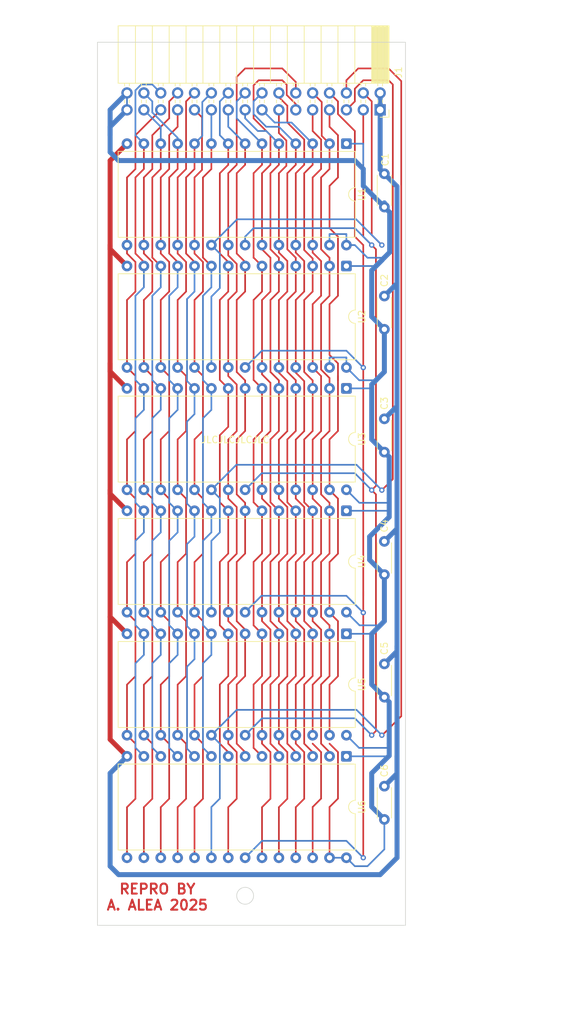
<source format=kicad_pcb>
(kicad_pcb (version 20241229) (generator "pcbnew") (generator_version "9.0")
  (title_block (title "QPlane Backplane for Sinclair QL") (date "2023-12-26") (rev "0.1") (company "(C) 2023 Alvaro Alea Fdz.") (comment 1 "https://ohwr.org/cern_ohl_s_v2.txt") (comment 2 "CERN Open Hardware Licence Version 2 - Strongly Reciprocal") (comment 3 "Under License"))
  (layers (0 "F.Cu" signal) (2 "B.Cu" signal) (13 "F.Paste" user) (15 "B.Paste" user) (5 "F.SilkS" user "F.Silkscreen") (7 "B.SilkS" user "B.Silkscreen") (1 "F.Mask" user) (3 "B.Mask" user) (25 "Edge.Cuts" user))
  (net 0 "")
  (net 1 "GND")
  (net 2 "/A13")
  (net 3 "/NS3")
  (net 4 "/A14")
  (net 5 "/A6")
  (net 6 "/A10")
  (net 7 "/A1")
  (net 8 "/NS2")
  (net 9 "/A2")
  (net 10 "/A9")
  (net 11 "/NS1")
  (net 12 "/A4")
  (net 13 "/A8")
  (net 14 "/A0")
  (net 15 "/A15'")
  (net 16 "/A15")
  (net 17 "/A5")
  (net 18 "/A12")
  (net 19 "/A7")
  (net 20 "/A11")
  (net 21 "/A3")
  (net 22 "/D7")
  (net 23 "/D6")
  (net 24 "/D5")
  (net 25 "/D4")
  (net 26 "/D3")
  (net 27 "/D0")
  (net 28 "/D1")
  (net 29 "/D2")
  (net 30 "+5V")
  (net 31 "unconnected-(U6-NC-Pad26)")
  (footprint "Package_DIP:DIP-28_W15.24mm" (layer "F.Cu") (at 186.69 148.515 -90)
    (property "Reference" "U4")
    (property "Value" "27256")
  )
  (footprint "Capacitor_THT:C_Disc_D4.3mm_W1.9mm_P5.00mm" (layer "F.Cu") (at 192.405 158.115 90)
    (property "Reference" "C4")
    (property "Value" "100n")
  )
  (footprint "Capacitor_THT:C_Disc_D4.3mm_W1.9mm_P5.00mm" (layer "F.Cu") (at 192.405 176.53 90)
    (property "Reference" "C5")
    (property "Value" "100n")
  )
  (footprint "Capacitor_THT:C_Disc_D4.3mm_W1.9mm_P5.00mm" (layer "F.Cu") (at 192.405 121.245 90)
    (property "Reference" "C2")
    (property "Value" "100n")
  )
  (footprint "Capacitor_THT:C_Disc_D4.3mm_W1.9mm_P5.00mm" (layer "F.Cu") (at 192.405 139.7 90)
    (property "Reference" "C3")
    (property "Value" "100n")
  )
  (footprint "Package_DIP:DIP-28_W15.24mm" (layer "F.Cu") (at 186.69 111.735 -90)
    (property "Reference" "U2")
    (property "Value" "27128")
  )
  (footprint "Capacitor_THT:C_Disc_D4.3mm_W1.9mm_P5.00mm" (layer "F.Cu") (at 192.405 194.905 90)
    (property "Reference" "C6")
    (property "Value" "100n")
  )
  (footprint "Package_DIP:DIP-28_W15.24mm" (layer "F.Cu") (at 186.69 167.005 -90)
    (property "Reference" "U5")
    (property "Value" "27256")
  )
  (footprint "Package_DIP:DIP-28_W15.24mm" (layer "F.Cu") (at 186.69 93.345 -90)
    (property "Reference" "U1")
    (property "Value" "27128")
  )
  (footprint "Package_DIP:DIP-28_W15.24mm" (layer "F.Cu") (at 186.69 130.125 -90)
    (property "Reference" "U3")
    (property "Value" "27256")
  )
  (footprint "Connector_PinSocket_2.54mm:PinSocket_2x16_P2.54mm_Horizontal" (layer "F.Cu") (at 191.77 88.265 -90)
    (property "Reference" "J1")
    (property "Value" "EPROM CARD")
  )
  (footprint "Package_DIP:DIP-28_W15.24mm" (layer "F.Cu") (at 186.69 185.42 -90)
    (property "Reference" "U6")
    (property "Value" "2764")
  )
  (footprint "Capacitor_THT:C_Disc_D4.3mm_W1.9mm_P5.00mm" (layer "F.Cu") (at 192.405 102.87 90)
    (property "Reference" "C1")
    (property "Value" "100n")
  )
  (gr_circle (center 171.45 206.375) (end 172.72 206.375) (stroke (width 0.1)) (fill no) (layer "Edge.Cuts"))
  (gr_rect (start 149.225 78.105) (end 195.58 210.82) (stroke (width 0.1)) (fill no) (layer "Edge.Cuts"))
  (gr_text "REPRO BY\nA. ALEA 2025" (at 158.242 208.661 0) (layer "F.Cu") (effects (font (size 1.5 1.5) (thickness 0.3) (bold yes)) (justify bottom)))
  (gr_text "JLCJLCJLCJLC" (at 164.719 138.43 0) (layer "F.SilkS") (effects (font (size 1 1)) (justify left bottom)))
  (segment (start 153.67 185.42) (end 151.13 182.88) (width 0.75) (layer "F.Cu") (net 1))
  (segment (start 151.13 126.365) (end 151.13 108.585) (width 0.75) (layer "F.Cu") (net 1))
  (segment (start 151.13 95.885) (end 153.67 93.345) (width 0.75) (layer "F.Cu") (net 1))
  (segment (start 153.67 167.005) (end 151.13 164.465) (width 0.75) (layer "F.Cu") (net 1))
  (segment (start 153.67 111.735) (end 151.13 109.195) (width 0.75) (layer "F.Cu") (net 1))
  (segment (start 153.67 148.515) (end 151.13 145.975) (width 0.75) (layer "F.Cu") (net 1))
  (segment (start 151.13 127.585) (end 151.13 126.365) (width 0.75) (layer "F.Cu") (net 1))
  (segment (start 151.13 164.465) (end 151.13 145.415) (width 0.75) (layer "F.Cu") (net 1))
  (segment (start 151.13 108.585) (end 151.13 95.885) (width 0.75) (layer "F.Cu") (net 1))
  (segment (start 151.13 145.975) (end 151.13 145.415) (width 0.75) (layer "F.Cu") (net 1))
  (segment (start 153.67 130.125) (end 151.13 127.585) (width 0.75) (layer "F.Cu") (net 1))
  (segment (start 151.13 182.88) (end 151.13 164.465) (width 0.75) (layer "F.Cu") (net 1))
  (segment (start 151.13 109.195) (end 151.13 108.585) (width 0.75) (layer "F.Cu") (net 1))
  (segment (start 151.13 145.415) (end 151.13 126.365) (width 0.75) (layer "F.Cu") (net 1))
  (segment (start 191.77 97.235) (end 192.405 97.87) (width 0.75) (layer "B.Cu") (net 1))
  (segment (start 151.13 187.96) (end 153.67 185.42) (width 0.75) (layer "B.Cu") (net 1))
  (segment (start 194.31 168.91) (end 194.31 185.42) (width 0.75) (layer "B.Cu") (net 1))
  (segment (start 191.77 88.265) (end 191.77 97.235) (width 0.75) (layer "B.Cu") (net 1))
  (segment (start 191.77 85.725) (end 191.77 88.265) (width 0.75) (layer "B.Cu") (net 1))
  (segment (start 192.405 153.115) (end 194.31 151.21) (width 0.75) (layer "B.Cu") (net 1))
  (segment (start 194.31 132.08) (end 194.31 151.13) (width 0.75) (layer "B.Cu") (net 1))
  (segment (start 192.405 97.87) (end 194.31 99.775) (width 0.75) (layer "B.Cu") (net 1))
  (segment (start 151.13 201.93) (end 151.13 187.96) (width 0.75) (layer "B.Cu") (net 1))
  (segment (start 194.31 188) (end 192.405 189.905) (width 0.75) (layer "B.Cu") (net 1))
  (segment (start 194.31 169.625) (end 194.31 168.91) (width 0.75) (layer "B.Cu") (net 1))
  (segment (start 194.31 114.3) (end 194.31 132.08) (width 0.75) (layer "B.Cu") (net 1))
  (segment (start 194.31 185.42) (end 194.31 200.66) (width 0.75) (layer "B.Cu") (net 1))
  (segment (start 194.31 200.66) (end 191.77 203.2) (width 0.75) (layer "B.Cu") (net 1))
  (segment (start 192.405 116.245) (end 194.31 114.34) (width 0.75) (layer "B.Cu") (net 1))
  (segment (start 194.31 114.34) (end 194.31 114.3) (width 0.75) (layer "B.Cu") (net 1))
  (segment (start 194.31 185.42) (end 194.31 188) (width 0.75) (layer "B.Cu") (net 1))
  (segment (start 192.405 134.7) (end 194.31 132.795) (width 0.75) (layer "B.Cu") (net 1))
  (segment (start 194.31 132.795) (end 194.31 132.08) (width 0.75) (layer "B.Cu") (net 1))
  (segment (start 192.405 171.53) (end 194.31 169.625) (width 0.75) (layer "B.Cu") (net 1))
  (segment (start 194.31 151.21) (end 194.31 151.13) (width 0.75) (layer "B.Cu") (net 1))
  (segment (start 152.4 203.2) (end 151.13 201.93) (width 0.75) (layer "B.Cu") (net 1))
  (segment (start 191.77 203.2) (end 152.4 203.2) (width 0.75) (layer "B.Cu") (net 1))
  (segment (start 194.31 99.775) (end 194.31 114.3) (width 0.75) (layer "B.Cu") (net 1))
  (segment (start 194.31 151.13) (end 194.31 168.91) (width 0.75) (layer "B.Cu") (net 1))
  (segment (start 181.61 137.82) (end 181.61 145.39) (width 0.25) (layer "F.Cu") (net 2))
  (segment (start 181.61 98.425) (end 182.88 97.155) (width 0.25) (layer "F.Cu") (net 2))
  (segment (start 181.61 109.71637) (end 181.61 108.585) (width 0.25) (layer "F.Cu") (net 2))
  (segment (start 181.61 165.1) (end 182.88 166.37) (width 0.25) (layer "F.Cu") (net 2))
  (segment (start 182.88 147.955) (end 182.88 154.965) (width 0.25) (layer "F.Cu") (net 2))
  (segment (start 182.88 110.98637) (end 181.61 109.71637) (width 0.25) (layer "F.Cu") (net 2))
  (segment (start 181.61 145.365) (end 181.61 146.685) (width 0.25) (layer "F.Cu") (net 2))
  (segment (start 181.61 127) (end 182.88 128.27) (width 0.25) (layer "F.Cu") (net 2))
  (segment (start 181.61 146.685) (end 182.88 147.955) (width 0.25) (layer "F.Cu") (net 2))
  (segment (start 181.61 174.65) (end 181.61 182.22) (width 0.25) (layer "F.Cu") (net 2))
  (segment (start 181.61 117.475) (end 182.88 116.205) (width 0.25) (layer "F.Cu") (net 2))
  (segment (start 182.88 166.37) (end 182.88 173.38) (width 0.25) (layer "F.Cu") (net 2))
  (segment (start 182.88 173.38) (end 181.61 174.65) (width 0.25) (layer "F.Cu") (net 2))
  (segment (start 182.88 136.55) (end 181.61 137.82) (width 0.25) (layer "F.Cu") (net 2))
  (segment (start 181.61 163.755) (end 181.61 165.1) (width 0.25) (layer "F.Cu") (net 2))
  (segment (start 181.61 91.44281) (end 181.61 88.265) (width 0.25) (layer "F.Cu") (net 2))
  (segment (start 181.61 108.585) (end 181.61 98.425) (width 0.25) (layer "F.Cu") (net 2))
  (segment (start 182.88 154.965) (end 181.61 156.235) (width 0.25) (layer "F.Cu") (net 2))
  (segment (start 181.61 126.975) (end 181.61 117.475) (width 0.25) (layer "F.Cu") (net 2))
  (segment (start 182.88 116.205) (end 182.88 110.98637) (width 0.25) (layer "F.Cu") (net 2))
  (segment (start 182.88 97.155) (end 182.88 92.71281) (width 0.25) (layer "F.Cu") (net 2))
  (segment (start 182.88 92.71281) (end 181.61 91.44281) (width 0.25) (layer "F.Cu") (net 2))
  (segment (start 181.61 156.235) (end 181.61 163.805) (width 0.25) (layer "F.Cu") (net 2))
  (segment (start 182.88 128.27) (end 182.88 136.55) (width 0.25) (layer "F.Cu") (net 2))
  (segment (start 194.945 179.386024) (end 194.945 83.947) (width 0.25) (layer "F.Cu") (net 3))
  (segment (start 186.69 83.82) (end 186.69 85.725) (width 0.25) (layer "F.Cu") (net 3))
  (segment (start 192.024 182.245) (end 192.499512 181.831512) (width 0.25) (layer "F.Cu") (net 3))
  (segment (start 188.468 82.042) (end 186.69 83.82) (width 0.25) (layer "F.Cu") (net 3))
  (segment (start 193.04 82.042) (end 188.468 82.042) (width 0.25) (layer "F.Cu") (net 3))
  (segment (start 194.945 83.947) (end 193.04 82.042) (width 0.25) (layer "F.Cu") (net 3))
  (segment (start 192.499512 181.831512) (end 194.945 179.386024) (width 0.25) (layer "F.Cu") (net 3))
  (via (at 192.024 182.245) (size 0.8) (drill 0.4) (layers "F.Cu" "B.Cu") (net 3))
  (segment (start 166.37 182.245) (end 170.18 178.435) (width 0.25) (layer "B.Cu") (net 3))
  (segment (start 167.64 191.77) (end 166.37 193.04) (width 0.25) (layer "B.Cu") (net 3))
  (segment (start 166.37 182.245) (end 167.64 183.515) (width 0.25) (layer "B.Cu") (net 3))
  (segment (start 166.37 193.04) (end 166.37 200.66) (width 0.25) (layer "B.Cu") (net 3))
  (segment (start 170.18 178.435) (end 188.214 178.435) (width 0.25) (layer "B.Cu") (net 3))
  (segment (start 167.64 183.515) (end 167.64 191.77) (width 0.25) (layer "B.Cu") (net 3))
  (segment (start 188.214 178.435) (end 192.024 182.245) (width 0.25) (layer "B.Cu") (net 3))
  (segment (start 185.42 116.205) (end 185.42 107.315) (width 0.25) (layer "F.Cu") (net 4))
  (segment (start 185.42 173.38) (end 184.15 174.65) (width 0.25) (layer "F.Cu") (net 4))
  (segment (start 184.15 99.695) (end 185.42 98.425) (width 0.25) (layer "F.Cu") (net 4))
  (segment (start 185.42 128.245) (end 185.42 128.905) (width 0.25) (layer "F.Cu") (net 4))
  (segment (start 184.15 88.265) (end 184.15 90.805) (width 0.25) (layer "F.Cu") (net 4))
  (segment (start 185.42 128.905) (end 185.42 136.525) (width 0.25) (layer "F.Cu") (net 4))
  (segment (start 185.42 146.685) (end 185.42 154.965) (width 0.25) (layer "F.Cu") (net 4))
  (segment (start 184.15 90.805) (end 185.42 92.075) (width 0.25) (layer "F.Cu") (net 4))
  (segment (start 185.42 136.525) (end 184.15 137.795) (width 0.25) (layer "F.Cu") (net 4))
  (segment (start 184.15 137.795) (end 184.15 145.365) (width 0.25) (layer "F.Cu") (net 4))
  (segment (start 184.15 163.83) (end 185.42 165.1) (width 0.25) (layer "F.Cu") (net 4))
  (segment (start 185.42 98.425) (end 185.42 92.075) (width 0.25) (layer "F.Cu") (net 4))
  (segment (start 184.15 145.415) (end 185.42 146.685) (width 0.25) (layer "F.Cu") (net 4))
  (segment (start 185.42 107.315) (end 184.15 106.045) (width 0.25) (layer "F.Cu") (net 4))
  (segment (start 184.15 174.65) (end 184.15 182.22) (width 0.25) (layer "F.Cu") (net 4))
  (segment (start 185.42 165.1) (end 185.42 173.38) (width 0.25) (layer "F.Cu") (net 4))
  (segment (start 184.15 125.095) (end 184.15 117.475) (width 0.25) (layer "F.Cu") (net 4))
  (segment (start 185.42 126.365) (end 184.15 125.095) (width 0.25) (layer "F.Cu") (net 4))
  (segment (start 184.15 156.235) (end 184.15 163.805) (width 0.25) (layer "F.Cu") (net 4))
  (segment (start 185.42 128.905) (end 185.42 126.365) (width 0.25) (layer "F.Cu") (net 4))
  (segment (start 184.15 106.045) (end 184.15 99.695) (width 0.25) (layer "F.Cu") (net 4))
  (segment (start 184.15 117.475) (end 185.42 116.205) (width 0.25) (layer "F.Cu") (net 4))
  (segment (start 185.42 154.965) (end 184.15 156.235) (width 0.25) (layer "F.Cu") (net 4))
  (segment (start 179.07 136.525) (end 177.8 137.795) (width 0.25) (layer "F.Cu") (net 5))
  (segment (start 179.07 166.37) (end 177.8 165.1) (width 0.25) (layer "F.Cu") (net 5))
  (segment (start 179.07 115.57) (end 177.8 116.84) (width 0.25) (layer "F.Cu") (net 5))
  (segment (start 179.07 184.785) (end 177.8 183.515) (width 0.25) (layer "F.Cu") (net 5))
  (segment (start 177.8 97.79) (end 177.8 109.22) (width 0.25) (layer "F.Cu") (net 5))
  (segment (start 179.07 110.49) (end 177.8 109.22) (width 0.25) (layer "F.Cu") (net 5))
  (segment (start 179.07 111.735) (end 179.07 110.49) (width 0.25) (layer "F.Cu") (net 5))
  (segment (start 177.8 165.1) (end 177.8 156.21) (width 0.25) (layer "F.Cu") (net 5))
  (segment (start 179.07 130.125) (end 179.07 136.525) (width 0.25) (layer "F.Cu") (net 5))
  (segment (start 177.8 174.625) (end 179.07 173.355) (width 0.25) (layer "F.Cu") (net 5))
  (segment (start 177.8 127.63219) (end 179.07 128.90219) (width 0.25) (layer "F.Cu") (net 5))
  (segment (start 177.8 147.245) (end 179.07 148.515) (width 0.25) (layer "F.Cu") (net 5))
  (segment (start 179.07 185.42) (end 179.07 184.785) (width 0.25) (layer "F.Cu") (net 5))
  (segment (start 177.8 156.21) (end 179.07 154.94) (width 0.25) (layer "F.Cu") (net 5))
  (segment (start 179.07 154.94) (end 179.07 148.515) (width 0.25) (layer "F.Cu") (net 5))
  (segment (start 179.07 111.735) (end 179.07 115.57) (width 0.25) (layer "F.Cu") (net 5))
  (segment (start 179.07 173.355) (end 179.07 167.005) (width 0.25) (layer "F.Cu") (net 5))
  (segment (start 177.8 183.515) (end 177.8 174.625) (width 0.25) (layer "F.Cu") (net 5))
  (segment (start 179.07 167.005) (end 179.07 166.37) (width 0.25) (layer "F.Cu") (net 5))
  (segment (start 179.07 93.345) (end 179.07 96.52) (width 0.25) (layer "F.Cu") (net 5))
  (segment (start 177.8 137.795) (end 177.8 147.245) (width 0.25) (layer "F.Cu") (net 5))
  (segment (start 177.8 116.84) (end 177.8 127.63219) (width 0.25) (layer "F.Cu") (net 5))
  (segment (start 179.07 128.90219) (end 179.07 130.125) (width 0.25) (layer "F.Cu") (net 5))
  (segment (start 179.07 96.52) (end 177.8 97.79) (width 0.25) (layer "F.Cu") (net 5))
  (segment (start 176.53 90.805) (end 174.625 90.805) (width 0.25) (layer "B.Cu") (net 5))
  (segment (start 174.625 90.805) (end 172.72 88.9) (width 0.25) (layer "B.Cu") (net 5))
  (segment (start 179.07 93.345) (end 176.53 90.805) (width 0.25) (layer "B.Cu") (net 5))
  (segment (start 172.72 88.9) (end 172.72 86.995) (width 0.25) (layer "B.Cu") (net 5))
  (segment (start 172.72 86.995) (end 173.99 85.725) (width 0.25) (layer "B.Cu") (net 5))
  (segment (start 168.91 127) (end 168.91 127.025) (width 0.25) (layer "F.Cu") (net 6))
  (segment (start 170.18 173.38) (end 168.91 174.65) (width 0.25) (layer "F.Cu") (net 6))
  (segment (start 168.91 165.1) (end 170.18 166.37) (width 0.25) (layer "F.Cu") (net 6))
  (segment (start 170.18 83.312) (end 170.18 96.52) (width 0.25) (layer "F.Cu") (net 6))
  (segment (start 170.18 166.37) (end 170.18 173.38) (width 0.25) (layer "F.Cu") (net 6))
  (segment (start 168.91 174.65) (end 168.91 182.22) (width 0.25) (layer "F.Cu") (net 6))
  (segment (start 168.91 145.365) (end 168.91 146.685) (width 0.25) (layer "F.Cu") (net 6))
  (segment (start 168.91 156.235) (end 168.91 163.805) (width 0.25) (layer "F.Cu") (net 6))
  (segment (start 168.91 146.685) (end 170.18 147.955) (width 0.25) (layer "F.Cu") (net 6))
  (segment (start 168.91 110.142595) (end 168.91 108.585) (width 0.25) (layer "F.Cu") (net 6))
  (segment (start 170.18 111.412595) (end 168.91 110.142595) (width 0.25) (layer "F.Cu") (net 6))
  (segment (start 179.07 84.074) (end 177.038 82.042) (width 0.25) (layer "F.Cu") (net 6))
  (segment (start 170.18 184.785) (end 170.18 191.795) (width 0.25) (layer "F.Cu") (net 6))
  (segment (start 170.18 96.52) (end 168.91 97.79) (width 0.25) (layer "F.Cu") (net 6))
  (segment (start 168.91 137.82) (end 168.91 145.39) (width 0.25) (layer "F.Cu") (net 6))
  (segment (start 170.18 147.955) (end 170.18 154.965) (width 0.25) (layer "F.Cu") (net 6))
  (segment (start 170.18 129.54) (end 170.18 136.55) (width 0.25) (layer "F.Cu") (net 6))
  (segment (start 168.91 126.975) (end 168.91 116.84) (width 0.25) (layer "F.Cu") (net 6))
  (segment (start 179.07 85.725) (end 179.07 84.074) (width 0.25) (layer "F.Cu") (net 6))
  (segment (start 170.18 136.55) (end 168.91 137.82) (width 0.25) (layer "F.Cu") (net 6))
  (segment (start 168.91 163.755) (end 168.91 165.1) (width 0.25) (layer "F.Cu") (net 6))
  (segment (start 170.18 191.795) (end 168.91 193.065) (width 0.25) (layer "F.Cu") (net 6))
  (segment (start 168.91 183.515) (end 170.18 184.785) (width 0.25) (layer "F.Cu") (net 6))
  (segment (start 168.91 182.245) (end 168.91 183.515) (width 0.25) (layer "F.Cu") (net 6))
  (segment (start 168.91 116.84) (end 170.18 115.57) (width 0.25) (layer "F.Cu") (net 6))
  (segment (start 168.91 145.415) (end 168.91 145.44) (width 0.25) (layer "F.Cu") (net 6))
  (segment (start 168.91 193.065) (end 168.91 200.635) (width 0.25) (layer "F.Cu") (net 6))
  (segment (start 171.45 82.042) (end 170.18 83.312) (width 0.25) (layer "F.Cu") (net 6))
  (segment (start 168.91 126.975) (end 168.91 128.27) (width 0.25) (layer "F.Cu") (net 6))
  (segment (start 170.18 115.57) (end 170.18 111.412595) (width 0.25) (layer "F.Cu") (net 6))
  (segment (start 177.038 82.042) (end 171.45 82.042) (width 0.25) (layer "F.Cu") (net 6))
  (segment (start 168.91 128.27) (end 170.18 129.54) (width 0.25) (layer "F.Cu") (net 6))
  (segment (start 170.18 154.965) (end 168.91 156.235) (width 0.25) (layer "F.Cu") (net 6))
  (segment (start 168.91 97.79) (end 168.91 108.585) (width 0.25) (layer "F.Cu") (net 6))
  (segment (start 166.37 93.345) (end 166.37 97.155) (width 0.25) (layer "F.Cu") (net 7))
  (segment (start 165.1 110.465) (end 166.37 111.735) (width 0.25) (layer "F.Cu") (net 7))
  (segment (start 165.1 98.425) (end 165.1 110.465) (width 0.25) (layer "F.Cu") (net 7))
  (segment (start 166.37 97.155) (end 165.1 98.425) (width 0.25) (layer "F.Cu") (net 7))
  (segment (start 166.37 166.98) (end 165.1 165.71) (width 0.25) (layer "B.Cu") (net 7))
  (segment (start 165.1 147.295) (end 165.1 134.62) (width 0.25) (layer "B.Cu") (net 7))
  (segment (start 166.37 93.345) (end 166.37 88.265) (width 0.25) (layer "B.Cu") (net 7))
  (segment (start 166.37 114.935) (end 166.37 111.76) (width 0.25) (layer "B.Cu") (net 7))
  (segment (start 165.1 134.62) (end 166.37 133.35) (width 0.25) (layer "B.Cu") (net 7))
  (segment (start 166.37 130.15) (end 165.1 128.88) (width 0.25) (layer "B.Cu") (net 7))
  (segment (start 165.1 153.035) (end 166.37 151.765) (width 0.25) (layer "B.Cu") (net 7))
  (segment (start 166.37 185.395) (end 165.1 184.125) (width 0.25) (layer "B.Cu") (net 7))
  (segment (start 165.1 128.88) (end 165.1 116.205) (width 0.25) (layer "B.Cu") (net 7))
  (segment (start 165.1 116.205) (end 166.37 114.935) (width 0.25) (layer "B.Cu") (net 7))
  (segment (start 166.37 133.35) (end 166.37 130.175) (width 0.25) (layer "B.Cu") (net 7))
  (segment (start 166.37 170.18) (end 166.37 167.005) (width 0.25) (layer "B.Cu") (net 7))
  (segment (start 166.37 148.565) (end 165.1 147.295) (width 0.25) (layer "B.Cu") (net 7))
  (segment (start 165.1 165.71) (end 165.1 153.035) (width 0.25) (layer "B.Cu") (net 7))
  (segment (start 165.1 184.125) (end 165.1 171.45) (width 0.25) (layer "B.Cu") (net 7))
  (segment (start 165.1 171.45) (end 166.37 170.18) (width 0.25) (layer "B.Cu") (net 7))
  (segment (start 166.37 151.765) (end 166.37 148.59) (width 0.25) (layer "B.Cu") (net 7))
  (segment (start 193.675 84.455) (end 193.675 143.764) (width 0.25) (layer "F.Cu") (net 8))
  (segment (start 189.23 83.82) (end 193.04 83.82) (width 0.25) (layer "F.Cu") (net 8))
  (segment (start 193.04 83.82) (end 193.675 84.455) (width 0.25) (layer "F.Cu") (net 8))
  (segment (start 186.69 88.265) (end 187.96 86.995) (width 0.25) (layer "F.Cu") (net 8))
  (segment (start 187.96 85.09) (end 189.23 83.82) (width 0.25) (layer "F.Cu") (net 8))
  (segment (start 187.96 86.995) (end 187.96 85.09) (width 0.25) (layer "F.Cu") (net 8))
  (segment (start 193.675 143.764) (end 192.024 145.415) (width 0.25) (layer "F.Cu") (net 8))
  (via (at 192.024 145.415) (size 0.8) (drill 0.4) (layers "F.Cu" "B.Cu") (net 8))
  (segment (start 166.37 153.035) (end 166.37 163.755) (width 0.25) (layer "B.Cu") (net 8))
  (segment (start 167.64 146.635) (end 167.64 151.765) (width 0.25) (layer "B.Cu") (net 8))
  (segment (start 166.37 145.365) (end 170.13 141.605) (width 0.25) (layer "B.Cu") (net 8))
  (segment (start 167.64 151.765) (end 166.37 153.035) (width 0.25) (layer "B.Cu") (net 8))
  (segment (start 166.37 145.365) (end 167.64 146.635) (width 0.25) (layer "B.Cu") (net 8))
  (segment (start 188.214 141.605) (end 192.024 145.415) (width 0.25) (layer "B.Cu") (net 8))
  (segment (start 170.13 141.605) (end 188.214 141.605) (width 0.25) (layer "B.Cu") (net 8))
  (segment (start 168.91 111.125) (end 167.64 109.855) (width 0.25) (layer "F.Cu") (net 9))
  (segment (start 168.91 111.735) (end 168.91 111.125) (width 0.25) (layer "F.Cu") (net 9))
  (segment (start 168.91 185.42) (end 168.91 184.785) (width 0.25) (layer "F.Cu") (net 9))
  (segment (start 167.64 156.21) (end 168.91 154.94) (width 0.25) (layer "F.Cu") (net 9))
  (segment (start 168.91 135.89) (end 167.64 137.16) (width 0.25) (layer "F.Cu") (net 9))
  (segment (start 168.91 167.005) (end 168.91 173.355) (width 0.25) (layer "F.Cu") (net 9))
  (segment (start 168.91 130.125) (end 167.64 128.855) (width 0.25) (layer "F.Cu") (net 9))
  (segment (start 167.64 109.855) (end 167.64 97.79) (width 0.25) (layer "F.Cu") (net 9))
  (segment (start 167.64 128.855) (end 167.64 116.84) (width 0.25) (layer "F.Cu") (net 9))
  (segment (start 168.91 154.94) (end 168.91 148.515) (width 0.25) (layer "F.Cu") (net 9))
  (segment (start 167.64 147.245) (end 168.91 148.515) (width 0.25) (layer "F.Cu") (net 9))
  (segment (start 168.91 184.785) (end 167.64 183.515) (width 0.25) (layer "F.Cu") (net 9))
  (segment (start 168.91 115.57) (end 168.91 111.735) (width 0.25) (layer "F.Cu") (net 9))
  (segment (start 167.64 97.79) (end 168.91 96.52) (width 0.25) (layer "F.Cu") (net 9))
  (segment (start 167.64 174.625) (end 167.64 183.515) (width 0.25) (layer "F.Cu") (net 9))
  (segment (start 167.64 137.16) (end 167.64 147.245) (width 0.25) (layer "F.Cu") (net 9))
  (segment (start 167.64 165.735) (end 167.64 156.21) (width 0.25) (layer "F.Cu") (net 9))
  (segment (start 168.91 167.005) (end 167.64 165.735) (width 0.25) (layer "F.Cu") (net 9))
  (segment (start 168.91 130.125) (end 168.91 135.89) (width 0.25) (layer "F.Cu") (net 9))
  (segment (start 168.91 173.355) (end 167.64 174.625) (width 0.25) (layer "F.Cu") (net 9))
  (segment (start 168.91 96.52) (end 168.91 93.345) (width 0.25) (layer "F.Cu") (net 9))
  (segment (start 167.64 116.84) (end 168.91 115.57) (width 0.25) (layer "F.Cu") (net 9))
  (segment (start 167.64 92.075) (end 168.91 93.345) (width 0.25) (layer "B.Cu") (net 9))
  (segment (start 167.64 86.995) (end 167.64 92.075) (width 0.25) (layer "B.Cu") (net 9))
  (segment (start 168.91 85.725) (end 167.64 86.995) (width 0.25) (layer "B.Cu") (net 9))
  (segment (start 176.53 126.975) (end 176.53 127.762) (width 0.25) (layer "F.Cu") (net 10))
  (segment (start 177.8 173.38) (end 176.53 174.65) (width 0.25) (layer "F.Cu") (net 10))
  (segment (start 177.8 115.57) (end 176.53 116.84) (width 0.25) (layer "F.Cu") (net 10))
  (segment (start 176.53 174.65) (end 176.53 182.22) (width 0.25) (layer "F.Cu") (net 10))
  (segment (start 176.53 88.265) (end 176.53 91.752595) (width 0.25) (layer "F.Cu") (net 10))
  (segment (start 176.53 165.1) (end 177.8 166.37) (width 0.25) (layer "F.Cu") (net 10))
  (segment (start 176.53 146.685) (end 177.8 147.955) (width 0.25) (layer "F.Cu") (net 10))
  (segment (start 177.8 154.965) (end 176.53 156.235) (width 0.25) (layer "F.Cu") (net 10))
  (segment (start 176.53 127.762) (end 177.8 129.032) (width 0.25) (layer "F.Cu") (net 10))
  (segment (start 176.53 91.752595) (end 177.656 92.878595) (width 0.25) (layer "F.Cu") (net 10))
  (segment (start 176.53 183.515) (end 177.8 184.785) (width 0.25) (layer "F.Cu") (net 10))
  (segment (start 177.8 129.032) (end 177.8 136.55) (width 0.25) (layer "F.Cu") (net 10))
  (segment (start 176.53 145.365) (end 176.53 146.685) (width 0.25) (layer "F.Cu") (net 10))
  (segment (start 177.8 147.955) (end 177.8 154.965) (width 0.25) (layer "F.Cu") (net 10))
  (segment (start 176.53 156.235) (end 176.53 163.805) (width 0.25) (layer "F.Cu") (net 10))
  (segment (start 177.8 191.795) (end 176.53 193.065) (width 0.25) (layer "F.Cu") (net 10))
  (segment (start 177.656 92.878595) (end 177.656 96.664) (width 0.25) (layer "F.Cu") (net 10))
  (segment (start 176.53 97.79) (end 176.53 108.585) (width 0.25) (layer "F.Cu") (net 10))
  (segment (start 176.53 193.065) (end 176.53 200.635) (width 0.25) (layer "F.Cu") (net 10))
  (segment (start 176.53 109.71637) (end 177.8 110.98637) (width 0.25) (layer "F.Cu") (net 10))
  (segment (start 177.8 136.55) (end 176.53 137.82) (width 0.25) (layer "F.Cu") (net 10))
  (segment (start 177.8 184.785) (end 177.8 191.795) (width 0.25) (layer "F.Cu") (net 10))
  (segment (start 177.8 110.98637) (end 177.8 115.57) (width 0.25) (layer "F.Cu") (net 10))
  (segment (start 177.8 166.37) (end 177.8 173.38) (width 0.25) (layer "F.Cu") (net 10))
  (segment (start 176.53 116.84) (end 176.53 126.975) (width 0.25) (layer "F.Cu") (net 10))
  (segment (start 176.53 182.245) (end 176.53 183.515) (width 0.25) (layer "F.Cu") (net 10))
  (segment (start 176.53 137.82) (end 176.53 145.39) (width 0.25) (layer "F.Cu") (net 10))
  (segment (start 177.656 96.664) (end 176.53 97.79) (width 0.25) (layer "F.Cu") (net 10))
  (segment (start 176.53 108.585) (end 176.53 109.71637) (width 0.25) (layer "F.Cu") (net 10))
  (segment (start 176.53 163.755) (end 176.53 165.1) (width 0.25) (layer "F.Cu") (net 10))
  (segment (start 189.23 85.725) (end 190.5 86.995) (width 0.25) (layer "F.Cu") (net 11))
  (segment (start 190.5 107.061) (end 192.024 108.585) (width 0.25) (layer "F.Cu") (net 11))
  (segment (start 190.5 86.995) (end 190.5 107.061) (width 0.25) (layer "F.Cu") (net 11))
  (via (at 192.024 108.585) (size 0.8) (drill 0.4) (layers "F.Cu" "B.Cu") (net 11))
  (segment (start 188.1505 104.7115) (end 192.024 108.585) (width 0.25) (layer "B.Cu") (net 11))
  (segment (start 166.37 108.585) (end 170.2435 104.7115) (width 0.25) (layer "B.Cu") (net 11))
  (segment (start 166.37 116.332) (end 166.37 126.975) (width 0.25) (layer "B.Cu") (net 11))
  (segment (start 170.2435 104.7115) (end 188.1505 104.7115) (width 0.25) (layer "B.Cu") (net 11))
  (segment (start 166.37 108.585) (end 167.64 109.855) (width 0.25) (layer "B.Cu") (net 11))
  (segment (start 167.64 109.855) (end 167.64 115.062) (width 0.25) (layer "B.Cu") (net 11))
  (segment (start 167.64 115.062) (end 166.37 116.332) (width 0.25) (layer "B.Cu") (net 11))
  (segment (start 173.99 111.735) (end 172.745 110.49) (width 0.25) (layer "F.Cu") (net 12))
  (segment (start 172.72 147.245) (end 172.72 137.795) (width 0.25) (layer "F.Cu") (net 12))
  (segment (start 172.745 110.49) (end 172.72 110.49) (width 0.25) (layer "F.Cu") (net 12))
  (segment (start 173.99 148.515) (end 172.72 147.245) (width 0.25) (layer "F.Cu") (net 12))
  (segment (start 172.72 97.79) (end 173.99 96.52) (width 0.25) (layer "F.Cu") (net 12))
  (segment (start 173.99 185.42) (end 172.72 184.15) (width 0.25) (layer "F.Cu") (net 12))
  (segment (start 172.72 174.625) (end 173.99 173.355) (width 0.25) (layer "F.Cu") (net 12))
  (segment (start 172.72 165.735) (end 172.72 156.21) (width 0.25) (layer "F.Cu") (net 12))
  (segment (start 173.99 115.57) (end 172.72 116.84) (width 0.25) (layer "F.Cu") (net 12))
  (segment (start 173.99 136.525) (end 173.99 130.125) (width 0.25) (layer "F.Cu") (net 12))
  (segment (start 173.99 154.94) (end 173.99 148.515) (width 0.25) (layer "F.Cu") (net 12))
  (segment (start 172.72 137.795) (end 173.99 136.525) (width 0.25) (layer "F.Cu") (net 12))
  (segment (start 172.72 128.855) (end 173.99 130.125) (width 0.25) (layer "F.Cu") (net 12))
  (segment (start 173.99 167.005) (end 172.72 165.735) (width 0.25) (layer "F.Cu") (net 12))
  (segment (start 173.99 111.735) (end 173.99 115.57) (width 0.25) (layer "F.Cu") (net 12))
  (segment (start 173.99 96.52) (end 173.99 93.345) (width 0.25) (layer "F.Cu") (net 12))
  (segment (start 172.72 156.21) (end 173.99 154.94) (width 0.25) (layer "F.Cu") (net 12))
  (segment (start 172.72 110.49) (end 172.72 97.79) (width 0.25) (layer "F.Cu") (net 12))
  (segment (start 172.72 184.15) (end 172.72 174.625) (width 0.25) (layer "F.Cu") (net 12))
  (segment (start 173.99 173.355) (end 173.99 167.005) (width 0.25) (layer "F.Cu") (net 12))
  (segment (start 172.72 116.84) (end 172.72 128.855) (width 0.25) (layer "F.Cu") (net 12))
  (segment (start 170.18 86.995) (end 171.45 85.725) (width 0.25) (layer "B.Cu") (net 12))
  (segment (start 170.18 89.535) (end 170.18 86.995) (width 0.25) (layer "B.Cu") (net 12))
  (segment (start 173.99 93.345) (end 170.18 89.535) (width 0.25) (layer "B.Cu") (net 12))
  (segment (start 179.07 97.79) (end 180.34 96.52) (width 0.25) (layer "F.Cu") (net 13))
  (segment (start 179.07 193.065) (end 179.07 200.635) (width 0.25) (layer "F.Cu") (net 13))
  (segment (start 180.34 184.785) (end 180.34 191.795) (width 0.25) (layer "F.Cu") (net 13))
  (segment (start 179.07 163.83) (end 179.07 163.855) (width 0.25) (layer "F.Cu") (net 13))
  (segment (start 179.07 174.65) (end 179.07 182.22) (width 0.25) (layer "F.Cu") (net 13))
  (segment (start 180.34 96.52) (end 180.34 92.71) (width 0.25) (layer "F.Cu") (net 13))
  (segment (start 177.8 87.63281) (end 176.53 86.36281) (width 0.25) (layer "F.Cu") (net 13))
  (segment (start 180.34 166.37) (end 180.34 173.38) (width 0.25) (layer "F.Cu") (net 13))
  (segment (start 180.34 115.57) (end 180.34 110.98637) (width 0.25) (layer "F.Cu") (net 13))
  (segment (start 179.07 127.762) (end 180.34 129.032) (width 0.25) (layer "F.Cu") (net 13))
  (segment (start 177.8 90.17) (end 177.8 87.63281) (width 0.25) (layer "F.Cu") (net 13))
  (segment (start 180.34 191.795) (end 179.07 193.065) (width 0.25) (layer "F.Cu") (net 13))
  (segment (start 179.07 126.975) (end 179.07 116.84) (width 0.25) (layer "F.Cu") (net 13))
  (segment (start 179.07 182.245) (end 179.07 183.515) (width 0.25) (layer "F.Cu") (net 13))
  (segment (start 180.34 173.38) (end 179.07 174.65) (width 0.25) (layer "F.Cu") (net 13))
  (segment (start 180.34 136.55) (end 179.07 137.82) (width 0.25) (layer "F.Cu") (net 13))
  (segment (start 180.34 110.98637) (end 179.07 109.71637) (width 0.25) (layer "F.Cu") (net 13))
  (segment (start 179.07 145.365) (end 179.07 146.685) (width 0.25) (layer "F.Cu") (net 13))
  (segment (start 176.53 86.36281) (end 176.53 85.725) (width 0.25) (layer "F.Cu") (net 13))
  (segment (start 179.07 127) (end 179.07 127.025) (width 0.25) (layer "F.Cu") (net 13))
  (segment (start 180.34 147.955) (end 180.34 154.965) (width 0.25) (layer "F.Cu") (net 13))
  (segment (start 179.07 145.415) (end 179.07 145.44) (width 0.25) (layer "F.Cu") (net 13))
  (segment (start 180.34 92.71) (end 177.8 90.17) (width 0.25) (layer "F.Cu") (net 13))
  (segment (start 179.07 183.515) (end 180.34 184.785) (width 0.25) (layer "F.Cu") (net 13))
  (segment (start 180.34 129.032) (end 180.34 136.55) (width 0.25) (layer "F.Cu") (net 13))
  (segment (start 179.07 116.84) (end 180.34 115.57) (width 0.25) (layer "F.Cu") (net 13))
  (segment (start 180.34 154.965) (end 179.07 156.235) (width 0.25) (layer "F.Cu") (net 13))
  (segment (start 179.07 156.235) (end 179.07 163.805) (width 0.25) (layer "F.Cu") (net 13))
  (segment (start 179.07 109.71637) (end 179.07 108.585) (width 0.25) (layer "F.Cu") (net 13))
  (segment (start 179.07 165.1) (end 180.34 166.37) (width 0.25) (layer "F.Cu") (net 13))
  (segment (start 179.07 146.685) (end 180.34 147.955) (width 0.25) (layer "F.Cu") (net 13))
  (segment (start 179.07 126.975) (end 179.07 127.762) (width 0.25) (layer "F.Cu") (net 13))
  (segment (start 179.07 137.82) (end 179.07 145.39) (width 0.25) (layer "F.Cu") (net 13))
  (segment (start 179.07 108.585) (end 179.07 97.79) (width 0.25) (layer "F.Cu") (net 13))
  (segment (start 179.07 163.755) (end 179.07 165.1) (width 0.25) (layer "F.Cu") (net 13))
  (segment (start 163.83 93.345) (end 163.83 97.155) (width 0.25) (layer "F.Cu") (net 14))
  (segment (start 163.83 97.155) (end 162.56 98.425) (width 0.25) (layer "F.Cu") (net 14))
  (segment (start 162.56 109.855) (end 163.83 111.125) (width 0.25) (layer "F.Cu") (net 14))
  (segment (start 162.56 98.425) (end 162.56 109.855) (width 0.25) (layer "F.Cu") (net 14))
  (segment (start 163.83 111.125) (end 163.83 111.735) (width 0.25) (layer "F.Cu") (net 14))
  (segment (start 165.006 92.169) (end 165.006 87.089) (width 0.25) (layer "B.Cu") (net 14))
  (segment (start 162.704 116.696) (end 163.83 115.57) (width 0.25) (layer "B.Cu") (net 14))
  (segment (start 162.704 184.269) (end 162.704 171.941) (width 0.25) (layer "B.Cu") (net 14))
  (segment (start 162.704 129.024) (end 162.704 116.696) (width 0.25) (layer "B.Cu") (net 14))
  (segment (start 163.83 185.395) (end 162.704 184.269) (width 0.25) (layer "B.Cu") (net 14))
  (segment (start 163.83 148.565) (end 162.704 147.439) (width 0.25) (layer "B.Cu") (net 14))
  (segment (start 162.704 165.854) (end 162.704 153.526) (width 0.25) (layer "B.Cu") (net 14))
  (segment (start 162.704 147.439) (end 162.704 135.111) (width 0.25) (layer "B.Cu") (net 14))
  (segment (start 163.83 166.98) (end 162.704 165.854) (width 0.25) (layer "B.Cu") (net 14))
  (segment (start 163.83 93.345) (end 165.006 92.169) (width 0.25) (layer "B.Cu") (net 14))
  (segment (start 163.83 170.815) (end 163.83 167.005) (width 0.25) (layer "B.Cu") (net 14))
  (segment (start 162.704 153.526) (end 163.83 152.4) (width 0.25) (layer "B.Cu") (net 14))
  (segment (start 162.704 135.111) (end 163.83 133.985) (width 0.25) (layer "B.Cu") (net 14))
  (segment (start 163.83 115.57) (end 163.83 111.76) (width 0.25) (layer "B.Cu") (net 14))
  (segment (start 163.83 130.15) (end 162.704 129.024) (width 0.25) (layer "B.Cu") (net 14))
  (segment (start 163.83 152.4) (end 163.83 148.59) (width 0.25) (layer "B.Cu") (net 14))
  (segment (start 162.704 171.941) (end 163.83 170.815) (width 0.25) (layer "B.Cu") (net 14))
  (segment (start 165.006 87.089) (end 166.37 85.725) (width 0.25) (layer "B.Cu") (net 14))
  (segment (start 163.83 133.985) (end 163.83 130.175) (width 0.25) (layer "B.Cu") (net 14))
  (segment (start 187.96 91.44) (end 185.42 88.9) (width 0.25) (layer "F.Cu") (net 15))
  (segment (start 189.23 165.735) (end 189.23 200.66) (width 0.25) (layer "F.Cu") (net 15))
  (segment (start 189.23 165.735) (end 189.23 163.83) (width 0.25) (layer "F.Cu") (net 15))
  (segment (start 189.23 109.22) (end 189.23 108.585) (width 0.25) (layer "F.Cu") (net 15))
  (segment (start 189.23 160.655) (end 189.23 163.83) (width 0.25) (layer "F.Cu") (net 15))
  (segment (start 185.42 88.9) (end 185.42 86.995) (width 0.25) (layer "F.Cu") (net 15))
  (segment (start 189.23 164.375) (end 189.23 165.735) (width 0.25) (layer "F.Cu") (net 15))
  (segment (start 189.23 161.29) (end 189.23 160.655) (width 0.25) (layer "F.Cu") (net 15))
  (segment (start 187.96 107.315) (end 187.96 91.44) (width 0.25) (layer "F.Cu") (net 15))
  (segment (start 189.23 128.905) (end 189.23 127) (width 0.25) (layer "F.Cu") (net 15))
  (segment (start 185.42 86.995) (end 184.15 85.725) (width 0.25) (layer "F.Cu") (net 15))
  (segment (start 189.23 108.585) (end 187.96 107.315) (width 0.25) (layer "F.Cu") (net 15))
  (segment (start 189.23 160.655) (end 189.23 128.905) (width 0.25) (layer "F.Cu") (net 15))
  (segment (start 189.23 127) (end 189.23 109.22) (width 0.25) (layer "F.Cu") (net 15))
  (via (at 189.23 163.83) (size 0.8) (drill 0.4) (layers "F.Cu" "B.Cu") (net 15))
  (via (at 189.23 200.66) (size 0.8) (drill 0.4) (layers "F.Cu" "B.Cu") (net 15))
  (via (at 189.23 127) (size 0.8) (drill 0.4) (layers "F.Cu" "B.Cu") (net 15))
  (segment (start 189.23 163.83) (end 186.69 161.29) (width 0.25) (layer "B.Cu") (net 15))
  (segment (start 189.23 200.66) (end 186.69 198.12) (width 0.25) (layer "B.Cu") (net 15))
  (segment (start 173.965 124.46) (end 186.69 124.46) (width 0.25) (layer "B.Cu") (net 15))
  (segment (start 186.69 161.29) (end 173.915 161.29) (width 0.25) (layer "B.Cu") (net 15))
  (segment (start 186.69 198.12) (end 173.99 198.12) (width 0.25) (layer "B.Cu") (net 15))
  (segment (start 173.99 198.12) (end 171.45 200.66) (width 0.25) (layer "B.Cu") (net 15))
  (segment (start 173.915 161.29) (end 171.45 163.755) (width 0.25) (layer "B.Cu") (net 15))
  (segment (start 186.69 124.46) (end 189.23 127) (width 0.25) (layer "B.Cu") (net 15))
  (segment (start 171.45 126.975) (end 173.965 124.46) (width 0.25) (layer "B.Cu") (net 15))
  (segment (start 191.135 181.61) (end 190.5 182.245) (width 0.25) (layer "F.Cu") (net 16))
  (segment (start 189.23 88.265) (end 189.23 107.315) (width 0.25) (layer "F.Cu") (net 16))
  (segment (start 190.5 108.585) (end 191.135 109.22) (width 0.25) (layer "F.Cu") (net 16))
  (segment (start 189.23 107.315) (end 190.5 108.585) (width 0.25) (layer "F.Cu") (net 16))
  (segment (start 191.135 144.78) (end 190.5 145.415) (width 0.25) (layer "F.Cu") (net 16))
  (segment (start 190.5 145.415) (end 191.135 146.05) (width 0.25) (layer "F.Cu") (net 16))
  (segment (start 191.135 146.05) (end 191.135 181.61) (width 0.25) (layer "F.Cu") (net 16))
  (segment (start 191.135 109.22) (end 191.135 144.78) (width 0.25) (layer "F.Cu") (net 16))
  (via (at 190.5 108.585) (size 0.8) (drill 0.4) (layers "F.Cu" "B.Cu") (net 16))
  (via (at 190.5 182.245) (size 0.8) (drill 0.4) (layers "F.Cu" "B.Cu") (net 16))
  (via (at 190.5 145.415) (size 0.8) (drill 0.4) (layers "F.Cu" "B.Cu") (net 16))
  (segment (start 171.45 108.585) (end 171.45 107.315) (width 0.25) (layer "B.Cu") (net 16))
  (segment (start 187.96 106.045) (end 190.5 108.585) (width 0.25) (layer "B.Cu") (net 16))
  (segment (start 187.96 142.875) (end 190.5 145.415) (width 0.25) (layer "B.Cu") (net 16))
  (segment (start 173.94 142.875) (end 187.96 142.875) (width 0.25) (layer "B.Cu") (net 16))
  (segment (start 171.45 107.315) (end 172.72 106.045) (width 0.25) (layer "B.Cu") (net 16))
  (segment (start 172.72 106.045) (end 187.96 106.045) (width 0.25) (layer "B.Cu") (net 16))
  (segment (start 171.45 145.365) (end 173.94 142.875) (width 0.25) (layer "B.Cu") (net 16))
  (segment (start 187.96 179.705) (end 173.99 179.705) (width 0.25) (layer "B.Cu") (net 16))
  (segment (start 190.5 182.245) (end 187.96 179.705) (width 0.25) (layer "B.Cu") (net 16))
  (segment (start 173.99 179.705) (end 171.45 182.245) (width 0.25) (layer "B.Cu") (net 16))
  (segment (start 176.53 110.49) (end 175.26 109.22) (width 0.25) (layer "F.Cu") (net 17))
  (segment (start 176.53 96.52) (end 176.53 93.345) (width 0.25) (layer "F.Cu") (net 17))
  (segment (start 176.53 167.005) (end 176.53 166.37) (width 0.25) (layer "F.Cu") (net 17))
  (segment (start 176.53 184.785) (end 176.53 185.42) (width 0.25) (layer "F.Cu") (net 17))
  (segment (start 175.26 109.22) (end 175.26 97.79) (width 0.25) (layer "F.Cu") (net 17))
  (segment (start 176.53 128.92719) (end 176.53 130.125) (width 0.25) (layer "F.Cu") (net 17))
  (segment (start 175.26 165.1) (end 175.26 156.21) (width 0.25) (layer "F.Cu") (net 17))
  (segment (start 176.53 167.005) (end 176.53 173.355) (width 0.25) (layer "F.Cu") (net 17))
  (segment (start 176.53 130.125) (end 176.53 136.525) (width 0.25) (layer "F.Cu") (net 17))
  (segment (start 176.53 173.355) (end 175.26 174.625) (width 0.25) (layer "F.Cu") (net 17))
  (segment (start 175.26 156.21) (end 176.53 154.94) (width 0.25) (layer "F.Cu") (net 17))
  (segment (start 176.53 136.525) (end 175.26 137.795) (width 0.25) (layer "F.Cu") (net 17))
  (segment (start 175.26 147.245) (end 176.53 148.515) (width 0.25) (layer "F.Cu") (net 17))
  (segment (start 176.53 111.735) (end 176.53 115.57) (width 0.25) (layer "F.Cu") (net 17))
  (segment (start 175.26 127.65719) (end 176.53 128.92719) (width 0.25) (layer "F.Cu") (net 17))
  (segment (start 176.53 111.735) (end 176.53 110.49) (width 0.25) (layer "F.Cu") (net 17))
  (segment (start 175.26 174.625) (end 175.26 183.515) (width 0.25) (layer "F.Cu") (net 17))
  (segment (start 175.26 137.795) (end 175.26 147.245) (width 0.25) (layer "F.Cu") (net 17))
  (segment (start 175.26 183.515) (end 176.53 184.785) (width 0.25) (layer "F.Cu") (net 17))
  (segment (start 176.53 166.37) (end 175.26 165.1) (width 0.25) (layer "F.Cu") (net 17))
  (segment (start 175.26 97.79) (end 176.53 96.52) (width 0.25) (layer "F.Cu") (net 17))
  (segment (start 176.53 115.57) (end 175.26 116.84) (width 0.25) (layer "F.Cu") (net 17))
  (segment (start 176.53 154.94) (end 176.53 148.515) (width 0.25) (layer "F.Cu") (net 17))
  (segment (start 175.26 116.84) (end 175.26 127.65719) (width 0.25) (layer "F.Cu") (net 17))
  (segment (start 173.355 91.44) (end 174.625 91.44) (width 0.25) (layer "B.Cu") (net 17))
  (segment (start 171.45 88.265) (end 171.45 89.535) (width 0.25) (layer "B.Cu") (net 17))
  (segment (start 174.625 91.44) (end 176.53 93.345) (width 0.25) (layer "B.Cu") (net 17))
  (segment (start 171.45 89.535) (end 173.355 91.44) (width 0.25) (layer "B.Cu") (net 17))
  (segment (start 182.974 92.169) (end 184.15 93.345) (width 0.25) (layer "F.Cu") (net 18))
  (segment (start 184.15 147.32) (end 182.88 146.05) (width 0.25) (layer "F.Cu") (net 18))
  (segment (start 184.15 154.94) (end 184.15 148.515) (width 0.25) (layer "F.Cu") (net 18))
  (segment (start 182.974 87.089) (end 182.974 92.169) (width 0.25) (layer "F.Cu") (net 18))
  (segment (start 182.88 156.21) (end 184.15 154.94) (width 0.25) (layer "F.Cu") (net 18))
  (segment (start 182.88 109.22) (end 182.88 98.425) (width 0.25) (layer "F.Cu") (net 18))
  (segment (start 182.88 137.795) (end 184.15 136.525) (width 0.25) (layer "F.Cu") (net 18))
  (segment (start 182.88 174.625) (end 184.15 173.355) (width 0.25) (layer "F.Cu") (net 18))
  (segment (start 182.88 127.297405) (end 184.15 128.567405) (width 0.25) (layer "F.Cu") (net 18))
  (segment (start 184.15 116.205) (end 182.88 117.475) (width 0.25) (layer "F.Cu") (net 18))
  (segment (start 184.15 185.42) (end 184.15 184.785) (width 0.25) (layer "F.Cu") (net 18))
  (segment (start 184.15 184.785) (end 182.88 183.515) (width 0.25) (layer "F.Cu") (net 18))
  (segment (start 182.88 117.475) (end 182.88 127.297405) (width 0.25) (layer "F.Cu") (net 18))
  (segment (start 184.15 110.49) (end 182.88 109.22) (width 0.25) (layer "F.Cu") (net 18))
  (segment (start 184.15 111.735) (end 184.15 110.49) (width 0.25) (layer "F.Cu") (net 18))
  (segment (start 184.15 148.515) (end 184.15 147.32) (width 0.25) (layer "F.Cu") (net 18))
  (segment (start 184.15 165.735) (end 182.88 164.465) (width 0.25) (layer "F.Cu") (net 18))
  (segment (start 184.15 167.005) (end 184.15 165.735) (width 0.25) (layer "F.Cu") (net 18))
  (segment (start 184.15 173.355) (end 184.15 167.005) (width 0.25) (layer "F.Cu") (net 18))
  (segment (start 182.88 164.465) (end 182.88 156.21) (width 0.25) (layer "F.Cu") (net 18))
  (segment (start 184.15 136.525) (end 184.15 130.125) (width 0.25) (layer "F.Cu") (net 18))
  (segment (start 182.88 146.05) (end 182.88 137.795) (width 0.25) (layer "F.Cu") (net 18))
  (segment (start 182.88 183.515) (end 182.88 174.625) (width 0.25) (layer "F.Cu") (net 18))
  (segment (start 184.15 97.155) (end 184.15 93.345) (width 0.25) (layer "F.Cu") (net 18))
  (segment (start 184.15 111.735) (end 184.15 116.205) (width 0.25) (layer "F.Cu") (net 18))
  (segment (start 181.61 85.725) (end 182.974 87.089) (width 0.25) (layer "F.Cu") (net 18))
  (segment (start 184.15 128.567405) (end 184.15 130.125) (width 0.25) (layer "F.Cu") (net 18))
  (segment (start 182.88 98.425) (end 184.15 97.155) (width 0.25) (layer "F.Cu") (net 18))
  (segment (start 180.34 183.515) (end 181.61 184.785) (width 0.25) (layer "F.Cu") (net 19))
  (segment (start 180.34 116.84) (end 180.34 127.65719) (width 0.25) (layer "F.Cu") (net 19))
  (segment (start 180.34 174.625) (end 180.34 183.515) (width 0.25) (layer "F.Cu") (net 19))
  (segment (start 180.34 147.245) (end 181.61 148.515) (width 0.25) (layer "F.Cu") (net 19))
  (segment (start 180.34 109.33363) (end 181.61 110.60363) (width 0.25) (layer "F.Cu") (net 19))
  (segment (start 181.61 166.37) (end 180.34 165.1) (width 0.25) (layer "F.Cu") (net 19))
  (segment (start 181.61 184.785) (end 181.61 185.42) (width 0.25) (layer "F.Cu") (net 19))
  (segment (start 180.34 165.1) (end 180.34 156.21) (width 0.25) (layer "F.Cu") (net 19))
  (segment (start 181.61 111.735) (end 181.61 115.57) (width 0.25) (layer "F.Cu") (net 19))
  (segment (start 181.61 96.52) (end 180.34 97.79) (width 0.25) (layer "F.Cu") (net 19))
  (segment (start 180.34 156.21) (end 181.61 154.94) (width 0.25) (layer "F.Cu") (net 19))
  (segment (start 181.61 136.525) (end 180.34 137.795) (width 0.25) (layer "F.Cu") (net 19))
  (segment (start 181.61 93.345) (end 181.61 96.52) (width 0.25) (layer "F.Cu") (net 19))
  (segment (start 181.61 167.005) (end 181.61 173.355) (width 0.25) (layer "F.Cu") (net 19))
  (segment (start 181.61 167.005) (end 181.61 166.37) (width 0.25) (layer "F.Cu") (net 19))
  (segment (start 180.34 127.65719) (end 181.61 128.92719) (width 0.25) (layer "F.Cu") (net 19))
  (segment (start 181.61 154.94) (end 181.61 148.515) (width 0.25) (layer "F.Cu") (net 19))
  (segment (start 181.61 128.92719) (end 181.61 130.125) (width 0.25) (layer "F.Cu") (net 19))
  (segment (start 181.61 130.125) (end 181.61 136.525) (width 0.25) (layer "F.Cu") (net 19))
  (segment (start 181.61 173.355) (end 180.34 174.625) (width 0.25) (layer "F.Cu") (net 19))
  (segment (start 180.34 97.79) (end 180.34 109.33363) (width 0.25) (layer "F.Cu") (net 19))
  (segment (start 181.61 110.60363) (end 181.61 111.735) (width 0.25) (layer "F.Cu") (net 19))
  (segment (start 181.61 115.57) (end 180.34 116.84) (width 0.25) (layer "F.Cu") (net 19))
  (segment (start 180.34 137.795) (end 180.34 147.245) (width 0.25) (layer "F.Cu") (net 19))
  (segment (start 178.435 90.17) (end 181.61 93.345) (width 0.25) (layer "B.Cu") (net 19))
  (segment (start 175.895 90.17) (end 178.435 90.17) (width 0.25) (layer "B.Cu") (net 19))
  (segment (start 173.99 88.265) (end 175.895 90.17) (width 0.25) (layer "B.Cu") (net 19))
  (segment (start 175.26 191.795) (end 173.99 193.065) (width 0.25) (layer "F.Cu") (net 20))
  (segment (start 175.26 147.955) (end 175.26 154.965) (width 0.25) (layer "F.Cu") (net 20))
  (segment (start 179.07 87.388116) (end 177.706 86.024116) (width 0.25) (layer "F.Cu") (net 20))
  (segment (start 173.99 145.415) (end 173.99 145.44) (width 0.25) (layer "F.Cu") (net 20))
  (segment (start 175.26 166.37) (end 175.26 173.38) (width 0.25) (layer "F.Cu") (net 20))
  (segment (start 173.99 146.685) (end 175.26 147.955) (width 0.25) (layer "F.Cu") (net 20))
  (segment (start 175.26 129.286) (end 175.26 136.55) (width 0.25) (layer "F.Cu") (net 20))
  (segment (start 173.99 182.245) (end 173.99 183.515) (width 0.25) (layer "F.Cu") (net 20))
  (segment (start 173.99 109.22) (end 175.26 110.49) (width 0.25) (layer "F.Cu") (net 20))
  (segment (start 173.99 163.83) (end 173.99 163.855) (width 0.25) (layer "F.Cu") (net 20))
  (segment (start 175.26 115.57) (end 173.99 116.84) (width 0.25) (layer "F.Cu") (net 20))
  (segment (start 175.26 136.55) (end 173.99 137.82) (width 0.25) (layer "F.Cu") (net 20))
  (segment (start 173.99 165.1) (end 175.26 166.37) (width 0.25) (layer "F.Cu") (net 20))
  (segment (start 175.26 92.075) (end 175.26 96.52) (width 0.25) (layer "F.Cu") (net 20))
  (segment (start 173.99 156.235) (end 173.99 163.805) (width 0.25) (layer "F.Cu") (net 20))
  (segment (start 173.99 127) (end 173.99 127.025) (width 0.25) (layer "F.Cu") (net 20))
  (segment (start 172.72 84.582) (end 172.72 89.535) (width 0.25) (layer "F.Cu") (net 20))
  (segment (start 175.26 173.38) (end 173.99 174.65) (width 0.25) (layer "F.Cu") (net 20))
  (segment (start 175.26 184.785) (end 175.26 191.795) (width 0.25) (layer "F.Cu") (net 20))
  (segment (start 173.99 128.016) (end 175.26 129.286) (width 0.25) (layer "F.Cu") (net 20))
  (segment (start 172.72 89.535) (end 175.26 92.075) (width 0.25) (layer "F.Cu") (net 20))
  (segment (start 173.99 116.84) (end 173.99 126.975) (width 0.25) (layer "F.Cu") (net 20))
  (segment (start 175.26 110.49) (end 175.26 115.57) (width 0.25) (layer "F.Cu") (net 20))
  (segment (start 177.038 83.82) (end 173.482 83.82) (width 0.25) (layer "F.Cu") (net 20))
  (segment (start 173.99 126.975) (end 173.99 128.016) (width 0.25) (layer "F.Cu") (net 20))
  (segment (start 177.706 84.488) (end 177.038 83.82) (width 0.25) (layer "F.Cu") (net 20))
  (segment (start 173.99 174.65) (end 173.99 182.22) (width 0.25) (layer "F.Cu") (net 20))
  (segment (start 173.99 145.365) (end 173.99 146.685) (width 0.25) (layer "F.Cu") (net 20))
  (segment (start 177.706 86.024116) (end 177.706 84.488) (width 0.25) (layer "F.Cu") (net 20))
  (segment (start 173.482 83.82) (end 172.72 84.582) (width 0.25) (layer "F.Cu") (net 20))
  (segment (start 173.99 108.585) (end 173.99 109.22) (width 0.25) (layer "F.Cu") (net 20))
  (segment (start 173.99 183.515) (end 175.26 184.785) (width 0.25) (layer "F.Cu") (net 20))
  (segment (start 173.99 163.755) (end 173.99 165.1) (width 0.25) (layer "F.Cu") (net 20))
  (segment (start 173.99 137.82) (end 173.99 145.39) (width 0.25) (layer "F.Cu") (net 20))
  (segment (start 173.99 97.79) (end 173.99 108.585) (width 0.25) (layer "F.Cu") (net 20))
  (segment (start 175.26 96.52) (end 173.99 97.79) (width 0.25) (layer "F.Cu") (net 20))
  (segment (start 175.26 154.965) (end 173.99 156.235) (width 0.25) (layer "F.Cu") (net 20))
  (segment (start 173.99 193.065) (end 173.99 200.635) (width 0.25) (layer "F.Cu") (net 20))
  (segment (start 179.07 88.265) (end 179.07 87.388116) (width 0.25) (layer "F.Cu") (net 20))
  (segment (start 171.45 173.355) (end 171.45 167.005) (width 0.25) (layer "F.Cu") (net 21))
  (segment (start 170.18 183.515) (end 170.18 174.625) (width 0.25) (layer "F.Cu") (net 21))
  (segment (start 171.45 128.92719) (end 170.18 127.65719) (width 0.25) (layer "F.Cu") (net 21))
  (segment (start 170.18 174.625) (end 171.45 173.355) (width 0.25) (layer "F.Cu") (net 21))
  (segment (start 171.45 148.515) (end 171.45 147.32) (width 0.25) (layer "F.Cu") (net 21))
  (segment (start 171.45 111.125) (end 171.45 111.735) (width 0.25) (layer "F.Cu") (net 21))
  (segment (start 171.45 130.125) (end 171.45 128.92719) (width 0.25) (layer "F.Cu") (net 21))
  (segment (start 171.45 166.37) (end 170.18 165.1) (width 0.25) (layer "F.Cu") (net 21))
  (segment (start 171.45 147.32) (end 170.18 146.05) (width 0.25) (layer "F.Cu") (net 21))
  (segment (start 171.45 154.94) (end 171.45 148.515) (width 0.25) (layer "F.Cu") (net 21))
  (segment (start 170.18 146.05) (end 170.18 137.795) (width 0.25) (layer "F.Cu") (net 21))
  (segment (start 171.45 115.57) (end 171.45 111.735) (width 0.25) (layer "F.Cu") (net 21))
  (segment (start 170.18 116.84) (end 171.45 115.57) (width 0.25) (layer "F.Cu") (net 21))
  (segment (start 171.45 136.525) (end 171.45 130.125) (width 0.25) (layer "F.Cu") (net 21))
  (segment (start 170.18 165.1) (end 170.18 156.21) (width 0.25) (layer "F.Cu") (net 21))
  (segment (start 170.18 156.21) (end 171.45 154.94) (width 0.25) (layer "F.Cu") (net 21))
  (segment (start 170.18 127.65719) (end 170.18 116.84) (width 0.25) (layer "F.Cu") (net 21))
  (segment (start 170.18 109.855) (end 171.45 111.125) (width 0.25) (layer "F.Cu") (net 21))
  (segment (start 171.45 185.42) (end 171.45 184.785) (width 0.25) (layer "F.Cu") (net 21))
  (segment (start 171.45 184.785) (end 170.18 183.515) (width 0.25) (layer "F.Cu") (net 21))
  (segment (start 171.45 96.52) (end 171.45 93.345) (width 0.25) (layer "F.Cu") (net 21))
  (segment (start 170.18 109.855) (end 170.18 97.79) (width 0.25) (layer "F.Cu") (net 21))
  (segment (start 170.18 137.795) (end 171.45 136.525) (width 0.25) (layer "F.Cu") (net 21))
  (segment (start 170.18 97.79) (end 171.45 96.52) (width 0.25) (layer "F.Cu") (net 21))
  (segment (start 171.45 167.005) (end 171.45 166.37) (width 0.25) (layer "F.Cu") (net 21))
  (segment (start 168.91 90.805) (end 171.45 93.345) (width 0.25) (layer "B.Cu") (net 21))
  (segment (start 168.91 88.265) (end 168.91 90.805) (width 0.25) (layer "B.Cu") (net 21))
  (segment (start 163.83 108.585) (end 163.83 109.855) (width 0.25) (layer "F.Cu") (net 22))
  (segment (start 163.83 98.425) (end 163.83 108.585) (width 0.25) (layer "F.Cu") (net 22))
  (segment (start 165.1 191.795) (end 163.83 193.065) (width 0.25) (layer "F.Cu") (net 22))
  (segment (start 165.1 115.57) (end 165.1 111.125) (width 0.25) (layer "F.Cu") (net 22))
  (segment (start 163.83 116.84) (end 165.1 115.57) (width 0.25) (layer "F.Cu") (net 22))
  (segment (start 165.1 165.1) (end 165.1 173.38) (width 0.25) (layer "F.Cu") (net 22))
  (segment (start 163.83 182.245) (end 165.1 183.515) (width 0.25) (layer "F.Cu") (net 22))
  (segment (start 165.1 183.515) (end 165.1 191.795) (width 0.25) (layer "F.Cu") (net 22))
  (segment (start 163.83 88.265) (end 164.956 89.391) (width 0.25) (layer "F.Cu") (net 22))
  (segment (start 163.83 137.795) (end 163.83 145.365) (width 0.25) (layer "F.Cu") (net 22))
  (segment (start 164.956 97.299) (end 163.83 98.425) (width 0.25) (layer "F.Cu") (net 22))
  (segment (start 163.83 126.975) (end 163.83 116.84) (width 0.25) (layer "F.Cu") (net 22))
  (segment (start 165.1 173.38) (end 163.83 174.65) (width 0.25) (layer "F.Cu") (net 22))
  (segment (start 165.1 154.965) (end 163.83 156.235) (width 0.25) (layer "F.Cu") (net 22))
  (segment (start 163.83 109.855) (end 165.1 111.125) (width 0.25) (layer "F.Cu") (net 22))
  (segment (start 163.83 163.83) (end 165.1 165.1) (width 0.25) (layer "F.Cu") (net 22))
  (segment (start 163.83 193.065) (end 163.83 200.635) (width 0.25) (layer "F.Cu") (net 22))
  (segment (start 163.83 145.415) (end 165.1 146.685) (width 0.25) (layer "F.Cu") (net 22))
  (segment (start 163.83 126.975) (end 165.1 128.245) (width 0.25) (layer "F.Cu") (net 22))
  (segment (start 165.1 136.525) (end 163.83 137.795) (width 0.25) (layer "F.Cu") (net 22))
  (segment (start 165.1 146.685) (end 165.1 154.965) (width 0.25) (layer "F.Cu") (net 22))
  (segment (start 163.83 174.65) (end 163.83 182.22) (width 0.25) (layer "F.Cu") (net 22))
  (segment (start 163.83 156.235) (end 163.83 163.805) (width 0.25) (layer "F.Cu") (net 22))
  (segment (start 164.956 89.391) (end 164.956 97.299) (width 0.25) (layer "F.Cu") (net 22))
  (segment (start 165.1 128.245) (end 165.1 136.525) (width 0.25) (layer "F.Cu") (net 22))
  (segment (start 161.29 163.83) (end 162.56 165.1) (width 0.25) (layer "F.Cu") (net 23))
  (segment (start 162.56 191.795) (end 161.29 193.065) (width 0.25) (layer "F.Cu") (net 23))
  (segment (start 162.56 146.685) (end 162.56 154.965) (width 0.25) (layer "F.Cu") (net 23))
  (segment (start 161.29 98.425) (end 162.56 97.155) (width 0.25) (layer "F.Cu") (net 23))
  (segment (start 161.29 174.65) (end 161.29 182.22) (width 0.25) (layer "F.Cu") (net 23))
  (segment (start 162.56 165.1) (end 162.56 173.38) (width 0.25) (layer "F.Cu") (net 23))
  (segment (start 161.29 126.975) (end 162.56 128.245) (width 0.25) (layer "F.Cu") (net 23))
  (segment (start 161.29 108.585) (end 161.29 98.425) (width 0.25) (layer "F.Cu") (net 23))
  (segment (start 161.29 109.855) (end 162.56 111.125) (width 0.25) (layer "F.Cu") (net 23))
  (segment (start 161.29 116.84) (end 162.56 115.57) (width 0.25) (layer "F.Cu") (net 23))
  (segment (start 161.29 137.795) (end 161.29 145.365) (width 0.25) (layer "F.Cu") (net 23))
  (segment (start 163.83 85.725) (end 162.56 86.995) (width 0.25) (layer "F.Cu") (net 23))
  (segment (start 161.29 156.235) (end 161.29 163.805) (width 0.25) (layer "F.Cu") (net 23))
  (segment (start 162.56 128.245) (end 162.56 136.525) (width 0.25) (layer "F.Cu") (net 23))
  (segment (start 161.29 193.065) (end 161.29 200.635) (width 0.25) (layer "F.Cu") (net 23))
  (segment (start 162.56 173.38) (end 161.29 174.65) (width 0.25) (layer "F.Cu") (net 23))
  (segment (start 162.56 136.525) (end 161.29 137.795) (width 0.25) (layer "F.Cu") (net 23))
  (segment (start 161.29 108.585) (end 161.29 109.855) (width 0.25) (layer "F.Cu") (net 23))
  (segment (start 161.29 126.975) (end 161.29 116.84) (width 0.25) (layer "F.Cu") (net 23))
  (segment (start 162.56 154.965) (end 161.29 156.235) (width 0.25) (layer "F.Cu") (net 23))
  (segment (start 162.56 86.995) (end 162.56 97.155) (width 0.25) (layer "F.Cu") (net 23))
  (segment (start 162.56 115.57) (end 162.56 111.125) (width 0.25) (layer "F.Cu") (net 23))
  (segment (start 161.29 182.245) (end 162.56 183.515) (width 0.25) (layer "F.Cu") (net 23))
  (segment (start 161.29 145.415) (end 162.56 146.685) (width 0.25) (layer "F.Cu") (net 23))
  (segment (start 162.56 183.515) (end 162.56 191.795) (width 0.25) (layer "F.Cu") (net 23))
  (segment (start 160.02 92.075) (end 160.02 97.155) (width 0.25) (layer "F.Cu") (net 24))
  (segment (start 158.75 137.795) (end 158.75 145.365) (width 0.25) (layer "F.Cu") (net 24))
  (segment (start 158.75 163.855) (end 160.02 165.125) (width 0.25) (layer "F.Cu") (net 24))
  (segment (start 160.02 191.795) (end 158.75 193.065) (width 0.25) (layer "F.Cu") (net 24))
  (segment (start 160.02 128.27) (end 160.02 136.525) (width 0.25) (layer "F.Cu") (net 24))
  (segment (start 158.75 145.44) (end 160.02 146.71) (width 0.25) (layer "F.Cu") (net 24))
  (segment (start 158.75 163.83) (end 158.75 163.855) (width 0.25) (layer "F.Cu") (net 24))
  (segment (start 158.75 108.585) (end 158.75 109.855) (width 0.25) (layer "F.Cu") (net 24))
  (segment (start 158.75 182.245) (end 158.75 182.27) (width 0.25) (layer "F.Cu") (net 24))
  (segment (start 158.75 193.065) (end 158.75 200.635) (width 0.25) (layer "F.Cu") (net 24))
  (segment (start 160.02 183.54) (end 160.02 191.795) (width 0.25) (layer "F.Cu") (net 24))
  (segment (start 158.75 156.235) (end 158.75 163.805) (width 0.25) (layer "F.Cu") (net 24))
  (segment (start 160.02 97.155) (end 158.75 98.425) (width 0.25) (layer "F.Cu") (net 24))
  (segment (start 158.75 109.855) (end 160.02 111.125) (width 0.25) (layer "F.Cu") (net 24))
  (segment (start 158.75 145.415) (end 158.75 145.44) (width 0.25) (layer "F.Cu") (net 24))
  (segment (start 160.02 165.125) (end 160.02 173.38) (width 0.25) (layer "F.Cu") (net 24))
  (segment (start 160.02 115.57) (end 160.02 111.125) (width 0.25) (layer "F.Cu") (net 24))
  (segment (start 161.29 90.805) (end 160.02 92.075) (width 0.25) (layer "F.Cu") (net 24))
  (segment (start 158.75 126.975) (end 158.75 127) (width 0.25) (layer "F.Cu") (net 24))
  (segment (start 160.02 136.525) (end 158.75 137.795) (width 0.25) (layer "F.Cu") (net 24))
  (segment (start 158.75 116.84) (end 160.02 115.57) (width 0.25) (layer "F.Cu") (net 24))
  (segment (start 158.75 174.65) (end 158.75 182.22) (width 0.25) (layer "F.Cu") (net 24))
  (segment (start 161.29 88.265) (end 161.29 90.805) (width 0.25) (layer "F.Cu") (net 24))
  (segment (start 160.02 154.965) (end 158.75 156.235) (width 0.25) (layer "F.Cu") (net 24))
  (segment (start 160.02 146.71) (end 160.02 154.965) (width 0.25) (layer "F.Cu") (net 24))
  (segment (start 160.02 173.38) (end 158.75 174.65) (width 0.25) (layer "F.Cu") (net 24))
  (segment (start 158.75 182.27) (end 160.02 183.54) (width 0.25) (layer "F.Cu") (net 24))
  (segment (start 158.75 127) (end 160.02 128.27) (width 0.25) (layer "F.Cu") (net 24))
  (segment (start 158.75 98.425) (end 158.75 108.585) (width 0.25) (layer "F.Cu") (net 24))
  (segment (start 158.75 126.975) (end 158.75 116.84) (width 0.25) (layer "F.Cu") (net 24))
  (segment (start 156.21 163.83) (end 157.48 165.1) (width 0.25) (layer "F.Cu") (net 25))
  (segment (start 156.21 116.84) (end 157.48 115.57) (width 0.25) (layer "F.Cu") (net 25))
  (segment (start 156.21 109.855) (end 157.48 111.125) (width 0.25) (layer "F.Cu") (net 25))
  (segment (start 157.48 154.965) (end 156.21 156.235) (width 0.25) (layer "F.Cu") (net 25))
  (segment (start 157.48 128.245) (end 157.48 136.525) (width 0.25) (layer "F.Cu") (net 25))
  (segment (start 161.29 85.725) (end 160.02 86.995) (width 0.25) (layer "F.Cu") (net 25))
  (segment (start 157.48 146.685) (end 157.48 154.965) (width 0.25) (layer "F.Cu") (net 25))
  (segment (start 156.21 182.245) (end 157.48 183.515) (width 0.25) (layer "F.Cu") (net 25))
  (segment (start 160.02 89.535) (end 157.48 92.075) (width 0.25) (layer "F.Cu") (net 25))
  (segment (start 156.21 193.065) (end 156.21 200.635) (width 0.25) (layer "F.Cu") (net 25))
  (segment (start 157.48 136.525) (end 156.21 137.795) (width 0.25) (layer "F.Cu") (net 25))
  (segment (start 156.21 108.585) (end 156.21 109.855) (width 0.25) (layer "F.Cu") (net 25))
  (segment (start 157.48 183.515) (end 157.48 191.795) (width 0.25) (layer "F.Cu") (net 25))
  (segment (start 156.21 126.975) (end 156.21 116.84) (width 0.25) (layer "F.Cu") (net 25))
  (segment (start 157.48 191.795) (end 156.21 193.065) (width 0.25) (layer "F.Cu") (net 25))
  (segment (start 156.21 145.415) (end 157.48 146.685) (width 0.25) (layer "F.Cu") (net 25))
  (segment (start 157.48 173.38) (end 156.21 174.65) (width 0.25) (layer "F.Cu") (net 25))
  (segment (start 157.48 92.075) (end 157.48 97.155) (width 0.25) (layer "F.Cu") (net 25))
  (segment (start 156.21 156.235) (end 156.21 163.805) (width 0.25) (layer "F.Cu") (net 25))
  (segment (start 157.48 97.155) (end 156.21 98.425) (width 0.25) (layer "F.Cu") (net 25))
  (segment (start 156.21 174.65) (end 156.21 182.22) (width 0.25) (layer "F.Cu") (net 25))
  (segment (start 157.48 115.57) (end 157.48 111.125) (width 0.25) (layer "F.Cu") (net 25))
  (segment (start 156.21 126.975) (end 157.48 128.245) (width 0.25) (layer "F.Cu") (net 25))
  (segment (start 157.48 165.1) (end 157.48 173.38) (width 0.25) (layer "F.Cu") (net 25))
  (segment (start 156.21 137.795) (end 156.21 145.365) (width 0.25) (layer "F.Cu") (net 25))
  (segment (start 156.21 98.425) (end 156.21 108.585) (width 0.25) (layer "F.Cu") (net 25))
  (segment (start 160.02 86.995) (end 160.02 89.535) (width 0.25) (layer "F.Cu") (net 25))
  (segment (start 153.67 137.795) (end 153.67 145.365) (width 0.25) (layer "F.Cu") (net 26))
  (segment (start 153.67 116.84) (end 154.94 115.57) (width 0.25) (layer "F.Cu") (net 26))
  (segment (start 153.67 174.65) (end 153.67 182.22) (width 0.25) (layer "F.Cu") (net 26))
  (segment (start 153.67 109.855) (end 154.94 111.125) (width 0.25) (layer "F.Cu") (net 26))
  (segment (start 153.67 145.415) (end 154.94 146.685) (width 0.25) (layer "F.Cu") (net 26))
  (segment (start 158.75 88.265) (end 154.94 92.075) (width 0.25) (layer "F.Cu") (net 26))
  (segment (start 154.94 115.57) (end 154.94 111.125) (width 0.25) (layer "F.Cu") (net 26))
  (segment (start 154.94 92.075) (end 154.94 97.155) (width 0.25) (layer "F.Cu") (net 26))
  (segment (start 154.94 183.515) (end 154.94 191.795) (width 0.25) (layer "F.Cu") (net 26))
  (segment (start 153.67 156.235) (end 153.67 163.805) (width 0.25) (layer "F.Cu") (net 26))
  (segment (start 154.94 97.155) (end 153.67 98.425) (width 0.25) (layer "F.Cu") (net 26))
  (segment (start 154.94 128.245) (end 154.94 136.525) (width 0.25) (layer "F.Cu") (net 26))
  (segment (start 154.94 191.795) (end 153.67 193.065) (width 0.25) (layer "F.Cu") (net 26))
  (segment (start 154.94 154.965) (end 153.67 156.235) (width 0.25) (layer "F.Cu") (net 26))
  (segment (start 154.94 146.685) (end 154.94 154.965) (width 0.25) (layer "F.Cu") (net 26))
  (segment (start 153.67 98.425) (end 153.67 108.585) (width 0.25) (layer "F.Cu") (net 26))
  (segment (start 153.67 163.83) (end 154.94 165.1) (width 0.25) (layer "F.Cu") (net 26))
  (segment (start 153.67 108.585) (end 153.67 109.855) (width 0.25) (layer "F.Cu") (net 26))
  (segment (start 153.67 126.975) (end 154.94 128.245) (width 0.25) (layer "F.Cu") (net 26))
  (segment (start 153.67 126.975) (end 153.67 116.84) (width 0.25) (layer "F.Cu") (net 26))
  (segment (start 154.94 165.1) (end 154.94 173.38) (width 0.25) (layer "F.Cu") (net 26))
  (segment (start 154.94 136.525) (end 153.67 137.795) (width 0.25) (layer "F.Cu") (net 26))
  (segment (start 154.94 173.38) (end 153.67 174.65) (width 0.25) (layer "F.Cu") (net 26))
  (segment (start 153.67 193.065) (end 153.67 200.635) (width 0.25) (layer "F.Cu") (net 26))
  (segment (start 153.67 182.245) (end 154.94 183.515) (width 0.25) (layer "F.Cu") (net 26))
  (segment (start 161.29 93.345) (end 161.29 97.155) (width 0.25) (layer "F.Cu") (net 27))
  (segment (start 161.29 111.125) (end 161.29 111.735) (width 0.25) (layer "F.Cu") (net 27))
  (segment (start 160.02 98.425) (end 160.02 109.855) (width 0.25) (layer "F.Cu") (net 27))
  (segment (start 160.02 109.855) (end 161.29 111.125) (width 0.25) (layer "F.Cu") (net 27))
  (segment (start 161.29 97.155) (end 160.02 98.425) (width 0.25) (layer "F.Cu") (net 27))
  (segment (start 161.29 133.35) (end 161.29 130.175) (width 0.25) (layer "B.Cu") (net 27))
  (segment (start 157.48 86.995) (end 157.48 88.658116) (width 0.25) (layer "B.Cu") (net 27))
  (segment (start 161.29 185.395) (end 160.02 184.125) (width 0.25) (layer "B.Cu") (net 27))
  (segment (start 161.29 151.765) (end 161.29 148.59) (width 0.25) (layer "B.Cu") (net 27))
  (segment (start 160.02 184.125) (end 160.02 171.45) (width 0.25) (layer "B.Cu") (net 27))
  (segment (start 160.02 153.035) (end 161.29 151.765) (width 0.25) (layer "B.Cu") (net 27))
  (segment (start 161.29 148.565) (end 160.02 147.295) (width 0.25) (layer "B.Cu") (net 27))
  (segment (start 160.02 134.62) (end 161.29 133.35) (width 0.25) (layer "B.Cu") (net 27))
  (segment (start 156.21 85.725) (end 157.48 86.995) (width 0.25) (layer "B.Cu") (net 27))
  (segment (start 160.02 147.295) (end 160.02 134.62) (width 0.25) (layer "B.Cu") (net 27))
  (segment (start 161.29 92.468116) (end 161.29 93.345) (width 0.25) (layer "B.Cu") (net 27))
  (segment (start 161.29 166.98) (end 160.02 165.71) (width 0.25) (layer "B.Cu") (net 27))
  (segment (start 161.29 114.935) (end 161.29 111.76) (width 0.25) (layer "B.Cu") (net 27))
  (segment (start 157.48 88.658116) (end 161.29 92.468116) (width 0.25) (layer "B.Cu") (net 27))
  (segment (start 160.02 165.71) (end 160.02 153.035) (width 0.25) (layer "B.Cu") (net 27))
  (segment (start 161.29 130.15) (end 160.02 128.88) (width 0.25) (layer "B.Cu") (net 27))
  (segment (start 160.02 116.205) (end 161.29 114.935) (width 0.25) (layer "B.Cu") (net 27))
  (segment (start 161.29 170.18) (end 161.29 167.005) (width 0.25) (layer "B.Cu") (net 27))
  (segment (start 160.02 171.45) (end 161.29 170.18) (width 0.25) (layer "B.Cu") (net 27))
  (segment (start 160.02 128.88) (end 160.02 116.205) (width 0.25) (layer "B.Cu") (net 27))
  (segment (start 157.48 98.42219) (end 158.75 97.15219) (width 0.25) (layer "F.Cu") (net 28))
  (segment (start 157.48 110.465) (end 157.48 98.42219) (width 0.25) (layer "F.Cu") (net 28))
  (segment (start 158.75 111.735) (end 157.48 110.465) (width 0.25) (layer "F.Cu") (net 28))
  (segment (start 158.75 97.15219) (end 158.75 93.345) (width 0.25) (layer "F.Cu") (net 28))
  (segment (start 158.75 90.805) (end 158.75 93.345) (width 0.25) (layer "B.Cu") (net 28))
  (segment (start 158.75 167.005) (end 158.75 170.18) (width 0.25) (layer "B.Cu") (net 28))
  (segment (start 157.48 134.62) (end 157.48 147.295) (width 0.25) (layer "B.Cu") (net 28))
  (segment (start 158.75 130.175) (end 158.75 133.35) (width 0.25) (layer "B.Cu") (net 28))
  (segment (start 158.75 148.59) (end 158.75 151.765) (width 0.25) (layer "B.Cu") (net 28))
  (segment (start 157.48 153.035) (end 157.48 165.71) (width 0.25) (layer "B.Cu") (net 28))
  (segment (start 157.48 147.295) (end 158.75 148.565) (width 0.25) (layer "B.Cu") (net 28))
  (segment (start 157.48 116.205) (end 157.48 128.88) (width 0.25) (layer "B.Cu") (net 28))
  (segment (start 158.75 133.35) (end 157.48 134.62) (width 0.25) (layer "B.Cu") (net 28))
  (segment (start 156.21 88.265) (end 158.75 90.805) (width 0.25) (layer "B.Cu") (net 28))
  (segment (start 158.75 111.76) (end 158.75 114.935) (width 0.25) (layer "B.Cu") (net 28))
  (segment (start 158.75 114.935) (end 157.48 116.205) (width 0.25) (layer "B.Cu") (net 28))
  (segment (start 158.75 151.765) (end 157.48 153.035) (width 0.25) (layer "B.Cu") (net 28))
  (segment (start 157.48 128.88) (end 158.75 130.15) (width 0.25) (layer "B.Cu") (net 28))
  (segment (start 158.75 170.18) (end 157.48 171.45) (width 0.25) (layer "B.Cu") (net 28))
  (segment (start 157.48 171.45) (end 157.48 184.125) (width 0.25) (layer "B.Cu") (net 28))
  (segment (start 157.48 165.71) (end 158.75 166.98) (width 0.25) (layer "B.Cu") (net 28))
  (segment (start 157.48 184.125) (end 158.75 185.395) (width 0.25) (layer "B.Cu") (net 28))
  (segment (start 156.21 93.345) (end 156.21 97.155) (width 0.25) (layer "F.Cu") (net 29))
  (segment (start 154.94 98.425) (end 154.94 109.855) (width 0.25) (layer "F.Cu") (net 29))
  (segment (start 154.94 109.855) (end 156.21 111.125) (width 0.25) (layer "F.Cu") (net 29))
  (segment (start 156.21 97.155) (end 154.94 98.425) (width 0.25) (layer "F.Cu") (net 29))
  (segment (start 156.21 111.125) (end 156.21 111.735) (width 0.25) (layer "F.Cu") (net 29))
  (segment (start 154.94 147.295) (end 154.94 134.62) (width 0.25) (layer "B.Cu") (net 29))
  (segment (start 154.94 153.035) (end 156.21 151.765) (width 0.25) (layer "B.Cu") (net 29))
  (segment (start 154.94 85.331884) (end 155.816884 84.455) (width 0.25) (layer "B.Cu") (net 29))
  (segment (start 157.48 84.455) (end 158.75 85.725) (width 0.25) (layer "B.Cu") (net 29))
  (segment (start 156.21 148.565) (end 154.94 147.295) (width 0.25) (layer "B.Cu") (net 29))
  (segment (start 154.94 116.205) (end 156.21 114.935) (width 0.25) (layer "B.Cu") (net 29))
  (segment (start 154.94 165.71) (end 154.94 153.035) (width 0.25) (layer "B.Cu") (net 29))
  (segment (start 156.21 170.18) (end 156.21 167.005) (width 0.25) (layer "B.Cu") (net 29))
  (segment (start 156.21 133.35) (end 156.21 130.175) (width 0.25) (layer "B.Cu") (net 29))
  (segment (start 155.816884 84.455) (end 157.48 84.455) (width 0.25) (layer "B.Cu") (net 29))
  (segment (start 156.21 151.765) (end 156.21 148.59) (width 0.25) (layer "B.Cu") (net 29))
  (segment (start 154.94 134.62) (end 156.21 133.35) (width 0.25) (layer "B.Cu") (net 29))
  (segment (start 154.94 128.88) (end 154.94 116.205) (width 0.25) (layer "B.Cu") (net 29))
  (segment (start 154.94 171.45) (end 156.21 170.18) (width 0.25) (layer "B.Cu") (net 29))
  (segment (start 156.21 185.395) (end 154.94 184.125) (width 0.25) (layer "B.Cu") (net 29))
  (segment (start 156.21 166.98) (end 154.94 165.71) (width 0.25) (layer "B.Cu") (net 29))
  (segment (start 156.21 130.15) (end 154.94 128.88) (width 0.25) (layer "B.Cu") (net 29))
  (segment (start 156.21 114.935) (end 156.21 111.76) (width 0.25) (layer "B.Cu") (net 29))
  (segment (start 154.94 184.125) (end 154.94 171.45) (width 0.25) (layer "B.Cu") (net 29))
  (segment (start 154.94 92.075) (end 154.94 85.331884) (width 0.25) (layer "B.Cu") (net 29))
  (segment (start 156.21 93.345) (end 154.94 92.075) (width 0.25) (layer "B.Cu") (net 29))
  (segment (start 185.42 191.77) (end 185.42 184.785) (width 0.25) (layer "F.Cu") (net 30))
  (segment (start 185.42 184.785) (end 184.15 183.515) (width 0.25) (layer "F.Cu") (net 30))
  (segment (start 184.15 193.04) (end 185.42 191.77) (width 0.25) (layer "F.Cu") (net 30))
  (segment (start 184.15 200.66) (end 184.15 193.04) (width 0.25) (layer "F.Cu") (net 30))
  (segment (start 193.131 177.256) (end 193.131 183.515) (width 0.75) (layer "B.Cu") (net 30))
  (segment (start 190.52 119.36) (end 190.5 119.34) (width 0.75) (layer "B.Cu") (net 30))
  (segment (start 191.135 111.735) (end 192.075 110.795) (width 0.75) (layer "B.Cu") (net 30))
  (segment (start 151.13 94.615) (end 151.13 92.075) (width 0.75) (layer "B.Cu") (net 30))
  (segment (start 189.23 99.695) (end 190.1825 100.6475) (width 0.75) (layer "B.Cu") (net 30))
  (segment (start 189.23 93.345) (end 189.23 97.79) (width 0.25) (layer "B.Cu") (net 30))
  (segment (start 186.69 93.345) (end 189.23 93.345) (width 0.25) (layer "B.Cu") (net 30))
  (segment (start 193.131 185.329) (end 190.5 187.96) (width 0.75) (layer "B.Cu") (net 30))
  (segment (start 151.13 92.075) (end 151.13 90.805) (width 0.75) (layer "B.Cu") (net 30))
  (segment (start 186.69 167.005) (end 190.5 167.005) (width 0.25) (layer "B.Cu") (net 30))
  (segment (start 186.69 108.585) (end 187.96 108.585) (width 0.25) (layer "B.Cu") (net 30))
  (segment (start 188.62 128.905) (end 191.135 128.905) (width 0.25) (layer "B.Cu") (net 30))
  (segment (start 190.1825 100.6475) (end 192.405 102.87) (width 0.75) (layer "B.Cu") (net 30))
  (segment (start 193.131 140.426) (end 193.131 146.685) (width 0.75) (layer "B.Cu") (net 30))
  (segment (start 190.1825 152.4) (end 190.1825 155.8925) (width 0.75) (layer "B.Cu") (net 30))
  (segment (start 189.865 201.93) (end 192.405 199.39) (width 0.25) (layer "B.Cu") (net 30))
  (segment (start 153.67 88.265) (end 153.67 85.725) (width 0.25) (layer "B.Cu") (net 30))
  (segment (start 153.67 88.265) (end 153.67 88.9) (width 0.25) (layer "B.Cu") (net 30))
  (segment (start 184.15 108.585) (end 184.15 106.934) (width 0.25) (layer "B.Cu") (net 30))
  (segment (start 190.1825 155.8925) (end 192.405 158.115) (width 0.75) (layer "B.Cu") (net 30))
  (segment (start 193.131 147.32) (end 193.131 148.59) (width 0.75) (layer "B.Cu") (net 30))
  (segment (start 190.5 129.54) (end 190.5 130.175) (width 0.75) (layer "B.Cu") (net 30))
  (segment (start 189.23 97.79) (end 189.23 99.695) (width 0.75) (layer "B.Cu") (net 30))
  (segment (start 186.69 125.476) (end 186.69 126.975) (width 0.25) (layer "B.Cu") (net 30))
  (segment (start 186.69 163.755) (end 188.67 165.735) (width 0.25) (layer "B.Cu") (net 30))
  (segment (start 193.131 148.59) (end 193.131 149.4515) (width 0.75) (layer "B.Cu") (net 30))
  (segment (start 190.45 130.125) (end 190.5 130.175) (width 0.25) (layer "B.Cu") (net 30))
  (segment (start 192.075 110.82) (end 190.5 112.395) (width 0.75) (layer "B.Cu") (net 30))
  (segment (start 188.645 147.32) (end 186.69 145.365) (width 0.25) (layer "B.Cu") (net 30))
  (segment (start 192.075 110.795) (end 192.075 110.82) (width 0.75) (layer "B.Cu") (net 30))
  (segment (start 192.405 165.1) (end 191.77 165.735) (width 0.75) (layer "B.Cu") (net 30))
  (segment (start 188.595 184.15) (end 193.04 184.15) (width 0.25) (layer "B.Cu") (net 30))
  (segment (start 186.69 148.515) (end 193.056 148.515) (width 0.25) (layer "B.Cu") (net 30))
  (segment (start 192.405 102.87) (end 192.405 102.235) (width 0.75) (layer "B.Cu") (net 30))
  (segment (start 193.131 147.32) (end 188.645 147.32) (width 0.25) (layer "B.Cu") (net 30))
  (segment (start 192.405 121.245) (end 192.405 127.635) (width 0.75) (layer "B.Cu") (net 30))
  (segment (start 192.405 139.7) (end 193.131 140.426) (width 0.75) (layer "B.Cu") (net 30))
  (segment (start 190.5 119.34) (end 190.5 112.395) (width 0.75) (layer "B.Cu") (net 30))
  (segment (start 184.15 125.476) (end 186.69 125.476) (width 0.25) (layer "B.Cu") (net 30))
  (segment (start 189.865 110.49) (end 192.38 110.49) (width 0.25) (layer "B.Cu") (net 30))
  (segment (start 191.135 128.905) (end 190.5 129.54) (width 0.75) (layer "B.Cu") (net 30))
  (segment (start 189.23 97.155) (end 189.23 97.79) (width 0.75) (layer "B.Cu") (net 30))
  (segment (start 190.5 174.625) (end 192.405 176.53) (width 0.75) (layer "B.Cu") (net 30))
  (segment (start 151.13 92.075) (end 151.13 88.265) (width 0.75) (layer "B.Cu") (net 30))
  (segment (start 193.131 183.515) (end 193.131 185.329) (width 0.75) (layer "B.Cu") (net 30))
  (segment (start 192.075 110.795) (end 192.3925 110.4775) (width 0.75) (layer "B.Cu") (net 30))
  (segment (start 191.4525 166.0525) (end 191.135 166.37) (width 0.75) (layer "B.Cu") (net 30))
  (segment (start 192.3925 110.4775) (end 193.204999 109.665001) (width 0.75) (layer "B.Cu") (net 30))
  (segment (start 193.131 184.059) (end 193.131 183.515) (width 0.25) (layer "B.Cu") (net 30))
  (segment (start 193.056 148.515) (end 193.131 148.59) (width 0.25) (layer "B.Cu") (net 30))
  (segment (start 190.5 137.795) (end 192.405 139.7) (width 0.75) (layer "B.Cu") (net 30))
  (segment (start 191.135 166.37) (end 190.5 167.005) (width 0.75) (layer "B.Cu") (net 30))
  (segment (start 151.13 88.265) (end 153.67 85.725) (width 0.75) (layer "B.Cu") (net 30))
  (segment (start 193.131 149.4515) (end 190.1825 152.4) (width 0.75) (layer "B.Cu") (net 30))
  (segment (start 190.5 187.96) (end 190.5 193) (width 0.75) (layer "B.Cu") (net 30))
  (segment (start 189.23 97.155) (end 187.96 95.885) (width 0.75) (layer "B.Cu") (net 30))
  (segment (start 192.405 199.39) (end 192.405 194.905) (width 0.25) (layer "B.Cu") (net 30))
  (segment (start 191.77 165.735) (end 191.4525 166.0525) (width 0.75) (layer "B.Cu") (net 30))
  (segment (start 193.204999 103.669999) (end 192.405 102.87) (width 0.75) (layer "B.Cu") (net 30))
  (segment (start 190.5 167.005) (end 190.5 174.625) (width 0.75) (layer "B.Cu") (net 30))
  (segment (start 193.204999 109.665001) (end 193.204999 103.669999) (width 0.75) (layer "B.Cu") (net 30))
  (segment (start 190.52 193.02) (end 192.405 194.905) (width 0.75) (layer "B.Cu") (net 30))
  (segment (start 192.405 176.53) (end 193.131 177.256) (width 0.75) (layer "B.Cu") (net 30))
  (segment (start 186.69 130.125) (end 190.45 130.125) (width 0.25) (layer "B.Cu") (net 30))
  (segment (start 188.67 165.735) (end 191.77 165.735) (width 0.25) (layer "B.Cu") (net 30))
  (segment (start 192.355 139.7) (end 192.405 139.7) (width 0.75) (layer "B.Cu") (net 30))
  (segment (start 187.96 95.885) (end 152.4 95.885) (width 0.75) (layer "B.Cu") (net 30))
  (segment (start 184.15 126.975) (end 184.15 125.476) (width 0.25) (layer "B.Cu") (net 30))
  (segment (start 192.33 158.115) (end 192.405 158.115) (width 0.75) (layer "B.Cu") (net 30))
  (segment (start 186.69 106.934) (end 186.69 108.585) (width 0.25) (layer "B.Cu") (net 30))
  (segment (start 151.13 90.805) (end 153.67 88.265) (width 0.75) (layer "B.Cu") (net 30))
  (segment (start 187.96 201.93) (end 189.865 201.93) (width 0.25) (layer "B.Cu") (net 30))
  (segment (start 193.131 146.685) (end 193.131 147.32) (width 0.75) (layer "B.Cu") (net 30))
  (segment (start 190.5 130.175) (end 190.5 137.795) (width 0.75) (layer "B.Cu") (net 30))
  (segment (start 193.04 185.42) (end 193.131 185.329) (width 0.25) (layer "B.Cu") (net 30))
  (segment (start 186.69 185.42) (end 193.04 185.42) (width 0.25) (layer "B.Cu") (net 30))
  (segment (start 186.69 111.735) (end 191.135 111.735) (width 0.25) (layer "B.Cu") (net 30))
  (segment (start 184.15 106.934) (end 186.69 106.934) (width 0.25) (layer "B.Cu") (net 30))
  (segment (start 192.405 158.115) (end 192.405 165.1) (width 0.75) (layer "B.Cu") (net 30))
  (segment (start 152.4 95.885) (end 151.13 94.615) (width 0.75) (layer "B.Cu") (net 30))
  (segment (start 190.52 119.36) (end 192.405 121.245) (width 0.75) (layer "B.Cu") (net 30))
  (segment (start 186.69 182.245) (end 188.595 184.15) (width 0.25) (layer "B.Cu") (net 30))
  (segment (start 186.69 200.66) (end 187.96 201.93) (width 0.25) (layer "B.Cu") (net 30))
  (segment (start 186.69 126.975) (end 188.62 128.905) (width 0.25) (layer "B.Cu") (net 30))
  (segment (start 187.96 108.585) (end 189.865 110.49) (width 0.25) (layer "B.Cu") (net 30))
  (segment (start 192.405 127.635) (end 191.135 128.905) (width 0.75) (layer "B.Cu") (net 30))
  (segment (start 192.38 110.49) (end 192.3925 110.4775) (width 0.25) (layer "B.Cu") (net 30))
  (segment (start 186.69 200.66) (end 184.15 200.66) (width 0.25) (layer "B.Cu") (net 30))
  (segment (start 193.04 184.15) (end 193.131 184.059) (width 0.25) (layer "B.Cu") (net 30))
  (segment (start 181.61 193.04) (end 182.88 191.77) (width 0.25) (layer "F.Cu") (net 31))
  (segment (start 182.88 191.77) (end 182.88 184.785) (width 0.25) (layer "F.Cu") (net 31))
  (segment (start 181.61 200.66) (end 181.61 193.04) (width 0.25) (layer "F.Cu") (net 31))
  (segment (start 182.88 184.785) (end 181.61 183.515) (width 0.25) (layer "F.Cu") (net 31))
)
</source>
